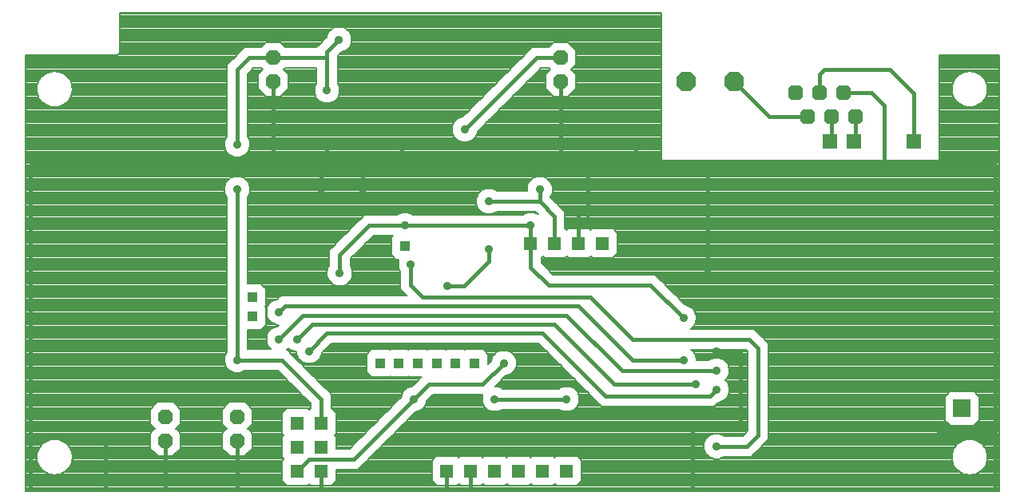
<source format=gbl>
%FSLAX35Y35*%
%MOIN*%
%IN2=KupferuntenL1(X.Bot)*%
%ADD10C,0.00591*%
%ADD11C,0.00354*%
%ADD12C,0.00443*%
%ADD13C,0.00787*%
%ADD14C,0.00800*%
%ADD15C,0.01181*%
%ADD16C,0.01575*%
%ADD17C,0.01772*%
%ADD18C,0.01969*%
%ADD19C,0.02362*%
%ADD20C,0.03543*%
%ADD21C,0.11811*%
%ADD22C,0.12598*%
%ADD23C,0.14173*%
%AMR_24*21,1,0.01772,0.05118,0,0,270.000*%
%ADD24R_24*%
%AMR_25*21,1,0.01969,0.04724,0,0,90.000*%
%ADD25R_25*%
%AMR_26*21,1,0.02362,0.09843,0,0,180.000*%
%ADD26R_26*%
%AMR_27*21,1,0.03937,0.03937,0,0,180.000*%
%ADD27R_27*%
%AMR_28*21,1,0.03937,0.06299,0,0,90.000*%
%ADD28R_28*%
%AMR_29*21,1,0.03937,0.06299,0,0,270.000*%
%ADD29R_29*%
%AMR_30*21,1,0.04331,0.04331,0,0,0.000*%
%ADD30R_30*%
%AMR_31*21,1,0.04331,0.04331,0,0,180.000*%
%ADD31R_31*%
%AMR_32*21,1,0.04331,0.04331,0,0,270.000*%
%ADD32R_32*%
%AMR_33*21,1,0.05118,0.01772,0,0,270.000*%
%ADD33R_33*%
%AMR_34*21,1,0.05512,0.03937,0,0,0.000*%
%ADD34R_34*%
%AMR_35*21,1,0.05512,0.03937,0,0,180.000*%
%ADD35R_35*%
%AMR_36*21,1,0.05512,0.03937,0,0,270.000*%
%ADD36R_36*%
%AMR_37*21,1,0.05512,0.05512,0,0,180.000*%
%ADD37R_37*%
%AMR_38*21,1,0.05512,0.05512,0,0,270.000*%
%ADD38R_38*%
%AMR_39*21,1,0.05906,0.05906,0,0,0.000*%
%ADD39R_39*%
%AMR_40*21,1,0.06299,0.03937,0,0,0.000*%
%ADD40R_40*%
%AMR_41*21,1,0.06299,0.03937,0,0,180.000*%
%ADD41R_41*%
%AMR_42*21,1,0.06299,0.03937,0,0,270.000*%
%ADD42R_42*%
%AMR_43*21,1,0.07087,0.07087,0,0,0.000*%
%ADD43R_43*%
%AMR_44*21,1,0.07087,0.07087,0,0,90.000*%
%ADD44R_44*%
%AMR_45*21,1,0.07874,0.06299,0,0,90.000*%
%ADD45R_45*%
%AMR_46*21,1,0.07874,0.09843,0,0,180.000*%
%ADD46R_46*%
%AMR_47*21,1,0.08661,0.04724,0,0,0.000*%
%ADD47R_47*%
%AMR_48*21,1,0.19685,0.18750,0,0,0.000*%
%ADD48R_48*%
%AMR_49*21,1,0.19685,0.19685,0,0,0.000*%
%ADD49R_49*%
%AMR_50*21,1,0.23622,0.23622,0,0,0.000*%
%ADD50R_50*%
%AMOCT_51*4,1,8,0.029528,0.014764,0.014764,0.029528,-0.014764,0.029528,-0.029528,0.014764,-0.029528,-0.014764,-0.014764,-0.029528,0.014764,-0.029528,0.029528,-0.014764,0.029528,0.014764,270.000*%
%ADD51OCT_51*%
%AMOCT_52*4,1,8,0.031496,0.015748,0.015748,0.031496,-0.015748,0.031496,-0.031496,0.015748,-0.031496,-0.015748,-0.015748,-0.031496,0.015748,-0.031496,0.031496,-0.015748,0.031496,0.015748,90.000*%
%ADD52OCT_52*%
%AMOCT_53*4,1,8,0.039370,0.019685,0.019685,0.039370,-0.019685,0.039370,-0.039370,0.019685,-0.039370,-0.019685,-0.019685,-0.039370,0.019685,-0.039370,0.039370,-0.019685,0.039370,0.019685,180.000*%
%ADD53OCT_53*%
G54D13*
X135582Y194571D02*
X134311Y195039D01*
X133563Y195315D01*
X131436Y195315D01*
X129417Y194571D02*
X130688Y195039D01*
X131436Y195315D01*
X127928Y193082D02*
X128468Y193622D01*
X129176Y194331D01*
X129417Y194571D01*
X127184Y191063D02*
X127344Y191496D01*
X127605Y192205D01*
X127866Y192913D01*
X127928Y193082D01*
X127184Y190948D02*
X127184Y191063D01*
X123165Y186929D02*
X123480Y187244D01*
X124188Y187953D01*
X124897Y188661D01*
X125606Y189370D01*
X126314Y190079D01*
X127023Y190787D01*
X127184Y190948D01*
X123165Y186929D02*
X110011Y186929D01*
X109696Y187244D01*
X108987Y187953D01*
X108278Y188661D01*
X107944Y188996D01*
X102055Y188996D01*
X99988Y186929D02*
X100303Y187244D01*
X101012Y187953D01*
X101721Y188661D01*
X102055Y188996D01*
X99988Y186929D02*
X93165Y186929D01*
X89936Y183701D02*
X90645Y184409D01*
X91354Y185118D01*
X92062Y185827D01*
X92771Y186535D01*
X93165Y186929D01*
X85570Y179334D02*
X85684Y179449D01*
X86393Y180157D01*
X87102Y180866D01*
X87810Y181575D01*
X88519Y182283D01*
X89228Y182992D01*
X89936Y183701D01*
X85570Y175197D02*
X85570Y175905D01*
X85570Y176614D01*
X85570Y177323D01*
X85570Y178031D01*
X85570Y178740D01*
X85570Y179334D01*
X85570Y149474D02*
X85570Y149685D01*
X85570Y150394D01*
X85570Y151102D01*
X85570Y151811D01*
X85570Y152520D01*
X85570Y153228D01*
X85570Y153937D01*
X85570Y154646D01*
X85570Y155354D01*
X85570Y156063D01*
X85570Y156772D01*
X85570Y157480D01*
X85570Y158189D01*
X85570Y158898D01*
X85570Y159606D01*
X85570Y160315D01*
X85570Y161024D01*
X85570Y161732D01*
X85570Y162441D01*
X85570Y163150D01*
X85570Y163858D01*
X85570Y164567D01*
X85570Y165275D01*
X85570Y165984D01*
X85570Y166693D01*
X85570Y167401D01*
X85570Y168110D01*
X85570Y168819D01*
X85570Y169527D01*
X85570Y170236D01*
X85570Y170945D01*
X85570Y171653D01*
X85570Y172362D01*
X85570Y173071D01*
X85570Y173779D01*
X85570Y174488D01*
X85570Y175197D01*
X85428Y149332D02*
X85570Y149474D01*
X84684Y147313D02*
X84775Y147559D01*
X85036Y148268D01*
X85297Y148976D01*
X85428Y149332D01*
X84684Y145186D02*
X84684Y145433D01*
X84684Y146142D01*
X84684Y146850D01*
X84684Y147313D01*
X85428Y143167D02*
X85377Y143307D01*
X85115Y144016D01*
X84854Y144724D01*
X84684Y145186D01*
X86917Y141678D02*
X86705Y141890D01*
X85997Y142598D01*
X85428Y143167D01*
X88936Y140934D02*
X88266Y141181D01*
X86917Y141678D01*
X88936Y140934D02*
X91063Y140934D01*
X91733Y141181D01*
X93082Y141678D01*
X93294Y141890D01*
X94002Y142598D01*
X94571Y143167D01*
X94622Y143307D01*
X94884Y144016D01*
X95145Y144724D01*
X95315Y145186D01*
X95315Y145433D01*
X95315Y146142D01*
X95315Y146850D01*
X95315Y147313D01*
X95224Y147559D01*
X94963Y148268D01*
X94702Y148976D01*
X94571Y149332D01*
X94429Y149474D01*
X94429Y149685D01*
X94429Y150394D01*
X94429Y151102D01*
X94429Y151811D01*
X94429Y152520D01*
X94429Y153228D01*
X94429Y153937D01*
X94429Y154646D01*
X94429Y155354D01*
X94429Y156063D01*
X94429Y156772D01*
X94429Y157480D01*
X94429Y158189D01*
X94429Y158898D01*
X94429Y159606D01*
X94429Y160315D01*
X94429Y161024D01*
X94429Y161732D01*
X94429Y162441D01*
X94429Y163150D01*
X94429Y163858D01*
X94429Y164567D01*
X94429Y165275D01*
X94429Y165984D01*
X94429Y166693D01*
X94429Y167401D01*
X94429Y168110D01*
X94429Y168819D01*
X94429Y169527D01*
X94429Y170236D01*
X94429Y170945D01*
X94429Y171653D01*
X94429Y172362D01*
X94429Y173071D01*
X94429Y173779D01*
X94429Y174488D01*
X94429Y175197D01*
X94429Y175665D01*
X94670Y175905D01*
X95378Y176614D01*
X96087Y177323D01*
X96796Y178031D01*
X96834Y178070D01*
X99988Y178070D01*
X100559Y177500D02*
X100027Y178031D01*
X99988Y178070D01*
X98503Y175444D02*
X98965Y175905D01*
X99673Y176614D01*
X100382Y177323D01*
X100559Y177500D01*
X98503Y169555D02*
X98503Y170236D01*
X98503Y170945D01*
X98503Y171653D01*
X98503Y172362D01*
X98503Y173071D01*
X98503Y173779D01*
X98503Y174488D01*
X98503Y175197D01*
X98503Y175444D01*
X102055Y166003D02*
X101366Y166693D01*
X100657Y167401D01*
X99948Y168110D01*
X99240Y168819D01*
X98531Y169527D01*
X98503Y169555D01*
X105000Y166003D02*
X107944Y166003D01*
X108633Y166693D01*
X109342Y167401D01*
X110051Y168110D01*
X110759Y168819D01*
X111468Y169527D01*
X111496Y169555D01*
X111496Y170236D01*
X111496Y170945D01*
X111496Y171653D01*
X111496Y172362D01*
X111496Y173071D01*
X111496Y173779D01*
X111496Y174488D01*
X111496Y175197D01*
X111496Y175444D01*
X111034Y175905D01*
X110326Y176614D01*
X109617Y177323D01*
X109440Y177500D01*
X109972Y178031D01*
X110011Y178070D01*
X123070Y178070D01*
X123070Y171974D02*
X123070Y172362D01*
X123070Y173071D01*
X123070Y173779D01*
X123070Y174488D01*
X123070Y175197D01*
X123070Y175905D01*
X123070Y176614D01*
X123070Y177323D01*
X123070Y178031D01*
X123070Y178070D01*
X122928Y171832D02*
X123070Y171974D01*
X122184Y169813D02*
X122340Y170236D01*
X122601Y170945D01*
X122862Y171653D01*
X122928Y171832D01*
X122184Y167686D02*
X122184Y168110D01*
X122184Y168819D01*
X122184Y169527D01*
X122184Y169813D01*
X122928Y165667D02*
X122811Y165984D01*
X122550Y166693D01*
X122289Y167401D01*
X122184Y167686D01*
X124417Y164178D02*
X124028Y164567D01*
X123319Y165275D01*
X122928Y165667D01*
X126436Y163434D02*
X125286Y163858D01*
X124417Y164178D01*
X126436Y163434D02*
X128563Y163434D01*
X129713Y163858D01*
X130582Y164178D01*
X130971Y164567D01*
X131680Y165275D01*
X132071Y165667D01*
X132188Y165984D01*
X132449Y166693D01*
X132710Y167401D01*
X132815Y167686D01*
X132815Y168110D01*
X132815Y168819D01*
X132815Y169527D01*
X132815Y169813D01*
X132659Y170236D01*
X132398Y170945D01*
X132137Y171653D01*
X132071Y171832D01*
X131929Y171974D01*
X131929Y172362D01*
X131929Y173071D01*
X131929Y173779D01*
X131929Y174488D01*
X131929Y175197D01*
X131929Y175905D01*
X131929Y176614D01*
X131929Y177323D01*
X131929Y178031D01*
X131929Y178740D01*
X131929Y179449D01*
X131929Y180157D01*
X131929Y180866D01*
X131929Y181575D01*
X131929Y182283D01*
X131929Y182992D01*
X131929Y183165D01*
X132465Y183701D01*
X133174Y184409D01*
X133448Y184684D01*
X133563Y184684D01*
X134740Y185118D01*
X135582Y185428D01*
X135981Y185827D01*
X136689Y186535D01*
X137071Y186917D01*
X137191Y187244D01*
X137452Y187953D01*
X137713Y188661D01*
X137815Y188936D01*
X137815Y189370D01*
X137815Y190079D01*
X137815Y190787D01*
X137815Y191063D01*
X137655Y191496D01*
X137394Y192205D01*
X137133Y192913D01*
X137071Y193082D01*
X136531Y193622D01*
X135823Y194331D01*
X135582Y194571D01*
X231496Y185444D02*
X231113Y185827D01*
X230404Y186535D01*
X229696Y187244D01*
X228987Y187953D01*
X228278Y188661D01*
X227944Y188996D01*
X222055Y188996D01*
X219988Y186929D02*
X220303Y187244D01*
X221012Y187953D01*
X221721Y188661D01*
X222055Y188996D01*
X219988Y186929D02*
X213165Y186929D01*
X209936Y183701D02*
X210645Y184409D01*
X211354Y185118D01*
X212062Y185827D01*
X212771Y186535D01*
X213165Y186929D01*
X184051Y157815D02*
X184425Y158189D01*
X185133Y158898D01*
X185842Y159606D01*
X186551Y160315D01*
X187259Y161024D01*
X187968Y161732D01*
X188677Y162441D01*
X189385Y163150D01*
X190094Y163858D01*
X190803Y164567D01*
X191511Y165275D01*
X192220Y165984D01*
X192929Y166693D01*
X193637Y167401D01*
X194346Y168110D01*
X195054Y168819D01*
X195763Y169527D01*
X196472Y170236D01*
X197180Y170945D01*
X197889Y171653D01*
X198598Y172362D01*
X199306Y173071D01*
X200015Y173779D01*
X200724Y174488D01*
X201432Y175197D01*
X202141Y175905D01*
X202850Y176614D01*
X203558Y177323D01*
X204267Y178031D01*
X204976Y178740D01*
X205684Y179449D01*
X206393Y180157D01*
X207102Y180866D01*
X207810Y181575D01*
X208519Y182283D01*
X209228Y182992D01*
X209936Y183701D01*
X184051Y157815D02*
X183936Y157815D01*
X181917Y157071D02*
X183028Y157480D01*
X183936Y157815D01*
X180428Y155582D02*
X180909Y156063D01*
X181617Y156772D01*
X181917Y157071D01*
X179684Y153563D02*
X179822Y153937D01*
X180083Y154646D01*
X180344Y155354D01*
X180428Y155582D01*
X179684Y151436D02*
X179684Y151811D01*
X179684Y152520D01*
X179684Y153228D01*
X179684Y153563D01*
X180428Y149417D02*
X180329Y149685D01*
X180068Y150394D01*
X179807Y151102D01*
X179684Y151436D01*
X181917Y147928D02*
X181577Y148268D01*
X180869Y148976D01*
X180428Y149417D01*
X183936Y147184D02*
X182919Y147559D01*
X181917Y147928D01*
X183936Y147184D02*
X186063Y147184D01*
X187080Y147559D01*
X188082Y147928D01*
X188422Y148268D01*
X189130Y148976D01*
X189571Y149417D01*
X189670Y149685D01*
X189931Y150394D01*
X190192Y151102D01*
X190315Y151436D01*
X190315Y151551D01*
X190575Y151811D01*
X191284Y152520D01*
X191993Y153228D01*
X192701Y153937D01*
X193410Y154646D01*
X194119Y155354D01*
X194827Y156063D01*
X195536Y156772D01*
X196245Y157480D01*
X196953Y158189D01*
X197662Y158898D01*
X198370Y159606D01*
X199079Y160315D01*
X199788Y161024D01*
X200496Y161732D01*
X201205Y162441D01*
X201914Y163150D01*
X202622Y163858D01*
X203331Y164567D01*
X204040Y165275D01*
X204748Y165984D01*
X205457Y166693D01*
X206166Y167401D01*
X206874Y168110D01*
X207583Y168819D01*
X208292Y169527D01*
X209000Y170236D01*
X209709Y170945D01*
X210418Y171653D01*
X211126Y172362D01*
X211835Y173071D01*
X212544Y173779D01*
X213252Y174488D01*
X213961Y175197D01*
X214670Y175905D01*
X215378Y176614D01*
X216087Y177323D01*
X216796Y178031D01*
X216834Y178070D01*
X219988Y178070D01*
X220559Y177500D02*
X220027Y178031D01*
X219988Y178070D01*
X218503Y175444D02*
X218965Y175905D01*
X219673Y176614D01*
X220382Y177323D01*
X220559Y177500D01*
X218503Y169555D02*
X218503Y170236D01*
X218503Y170945D01*
X218503Y171653D01*
X218503Y172362D01*
X218503Y173071D01*
X218503Y173779D01*
X218503Y174488D01*
X218503Y175197D01*
X218503Y175444D01*
X222055Y166003D02*
X221366Y166693D01*
X220657Y167401D01*
X219948Y168110D01*
X219240Y168819D01*
X218531Y169527D01*
X218503Y169555D01*
X225000Y166003D02*
X227944Y166003D01*
X228633Y166693D01*
X229342Y167401D01*
X230051Y168110D01*
X230759Y168819D01*
X231468Y169527D01*
X231496Y169555D01*
X231496Y170236D01*
X231496Y170945D01*
X231496Y171653D01*
X231496Y172362D01*
X231496Y173071D01*
X231496Y173779D01*
X231496Y174488D01*
X231496Y175197D01*
X231496Y175444D01*
X231034Y175905D01*
X230326Y176614D01*
X229617Y177323D01*
X229440Y177500D01*
X229972Y178031D01*
X230681Y178740D01*
X231389Y179449D01*
X231496Y179555D01*
X231496Y180157D01*
X231496Y180866D01*
X231496Y181575D01*
X231496Y182283D01*
X231496Y182992D01*
X231496Y183701D01*
X231496Y184409D01*
X231496Y185118D01*
X231496Y185444D01*
X397128Y176628D02*
X395669Y176772D01*
X394209Y176628D02*
X395669Y176772D01*
X392806Y176202D02*
X394164Y176614D01*
X394209Y176628D01*
X391513Y175511D02*
X392251Y175905D01*
X392806Y176202D01*
X390379Y174581D02*
X391130Y175197D01*
X391513Y175511D01*
X389449Y173447D02*
X389722Y173779D01*
X390303Y174488D01*
X390379Y174581D01*
X388758Y172154D02*
X388869Y172362D01*
X389248Y173071D01*
X389449Y173447D01*
X388332Y170750D02*
X388391Y170945D01*
X388606Y171653D01*
X388758Y172154D01*
X388188Y169291D02*
X388211Y169527D01*
X388281Y170236D01*
X388332Y170750D01*
X388332Y167831D02*
X388304Y168110D01*
X388235Y168819D01*
X388188Y169291D01*
X388758Y166428D02*
X388677Y166693D01*
X388462Y167401D01*
X388332Y167831D01*
X389449Y165135D02*
X389374Y165275D01*
X388995Y165984D01*
X388758Y166428D01*
X390379Y164001D02*
X389915Y164567D01*
X389449Y165135D01*
X391513Y163071D02*
X391417Y163150D01*
X390553Y163858D01*
X390379Y164001D01*
X392806Y162380D02*
X392691Y162441D01*
X391513Y163071D01*
X394209Y161954D02*
X392806Y162380D01*
X395669Y161810D02*
X394209Y161954D01*
X395669Y161810D02*
X397128Y161954D01*
X398532Y162380D01*
X398646Y162441D01*
X399825Y163071D01*
X399921Y163150D01*
X400784Y163858D01*
X400958Y164001D01*
X401423Y164567D01*
X401889Y165135D01*
X401964Y165275D01*
X402343Y165984D01*
X402580Y166428D01*
X402660Y166693D01*
X402875Y167401D01*
X403006Y167831D01*
X403033Y168110D01*
X403103Y168819D01*
X403150Y169291D01*
X403126Y169527D01*
X403056Y170236D01*
X403006Y170750D01*
X402947Y170945D01*
X402732Y171653D01*
X402580Y172154D01*
X402469Y172362D01*
X402090Y173071D01*
X401889Y173447D01*
X401616Y173779D01*
X401034Y174488D01*
X400958Y174581D01*
X400208Y175197D01*
X399825Y175511D01*
X399087Y175905D01*
X398532Y176202D01*
X397174Y176614D01*
X397128Y176628D01*
X15238Y176628D02*
X13779Y176772D01*
X12320Y176628D02*
X13779Y176772D01*
X10916Y176202D02*
X12274Y176614D01*
X12320Y176628D01*
X9623Y175511D02*
X10361Y175905D01*
X10916Y176202D01*
X8489Y174581D02*
X9240Y175197D01*
X9623Y175511D01*
X7559Y173447D02*
X7832Y173779D01*
X8414Y174488D01*
X8489Y174581D01*
X6868Y172154D02*
X6979Y172362D01*
X7358Y173071D01*
X7559Y173447D01*
X6442Y170750D02*
X6501Y170945D01*
X6716Y171653D01*
X6868Y172154D01*
X6298Y169291D02*
X6322Y169527D01*
X6391Y170236D01*
X6442Y170750D01*
X6442Y167831D02*
X6415Y168110D01*
X6345Y168819D01*
X6298Y169291D01*
X6868Y166428D02*
X6787Y166693D01*
X6572Y167401D01*
X6442Y167831D01*
X7559Y165135D02*
X7484Y165275D01*
X7105Y165984D01*
X6868Y166428D01*
X8489Y164001D02*
X8025Y164567D01*
X7559Y165135D01*
X9623Y163071D02*
X9527Y163150D01*
X8664Y163858D01*
X8489Y164001D01*
X10916Y162380D02*
X10802Y162441D01*
X9623Y163071D01*
X12320Y161954D02*
X10916Y162380D01*
X13779Y161810D02*
X12320Y161954D01*
X13779Y161810D02*
X15238Y161954D01*
X16642Y162380D01*
X16756Y162441D01*
X17935Y163071D01*
X18031Y163150D01*
X18894Y163858D01*
X19069Y164001D01*
X19533Y164567D01*
X19999Y165135D01*
X20074Y165275D01*
X20453Y165984D01*
X20690Y166428D01*
X20771Y166693D01*
X20986Y167401D01*
X21116Y167831D01*
X21143Y168110D01*
X21213Y168819D01*
X21260Y169291D01*
X21236Y169527D01*
X21167Y170236D01*
X21116Y170750D01*
X21057Y170945D01*
X20842Y171653D01*
X20690Y172154D01*
X20579Y172362D01*
X20200Y173071D01*
X19999Y173447D01*
X19726Y173779D01*
X19145Y174488D01*
X19069Y174581D01*
X18318Y175197D01*
X17935Y175511D01*
X17197Y175905D01*
X16642Y176202D01*
X15284Y176614D01*
X15238Y176628D01*
X93082Y132071D02*
X91437Y132677D01*
X91063Y132815D01*
X88936Y132815D01*
X86917Y132071D02*
X88562Y132677D01*
X88936Y132815D01*
X85428Y130582D02*
X86106Y131260D01*
X86814Y131968D01*
X86917Y132071D01*
X84684Y128563D02*
X84895Y129134D01*
X85156Y129842D01*
X85417Y130551D01*
X85428Y130582D01*
X84684Y126436D02*
X84684Y127008D01*
X84684Y127716D01*
X84684Y128425D01*
X84684Y128563D01*
X85428Y124417D02*
X85257Y124882D01*
X84996Y125590D01*
X84735Y126299D01*
X84684Y126436D01*
X85570Y124275D02*
X85428Y124417D01*
X85570Y59474D02*
X85570Y59685D01*
X85570Y60394D01*
X85570Y61102D01*
X85570Y61811D01*
X85570Y62520D01*
X85570Y63228D01*
X85570Y63937D01*
X85570Y64646D01*
X85570Y65354D01*
X85570Y66063D01*
X85570Y66772D01*
X85570Y67480D01*
X85570Y68189D01*
X85570Y68898D01*
X85570Y69606D01*
X85570Y70315D01*
X85570Y71024D01*
X85570Y71732D01*
X85570Y72441D01*
X85570Y73150D01*
X85570Y73858D01*
X85570Y74567D01*
X85570Y75275D01*
X85570Y75984D01*
X85570Y76693D01*
X85570Y77401D01*
X85570Y78110D01*
X85570Y78819D01*
X85570Y79527D01*
X85570Y80236D01*
X85570Y80945D01*
X85570Y81653D01*
X85570Y82362D01*
X85570Y83071D01*
X85570Y83779D01*
X85570Y84488D01*
X85570Y85197D01*
X85570Y85905D01*
X85570Y86614D01*
X85570Y87323D01*
X85570Y88031D01*
X85570Y88740D01*
X85570Y89449D01*
X85570Y90157D01*
X85570Y90866D01*
X85570Y91575D01*
X85570Y92283D01*
X85570Y92992D01*
X85570Y93701D01*
X85570Y94409D01*
X85570Y95118D01*
X85570Y95827D01*
X85570Y96535D01*
X85570Y97244D01*
X85570Y97953D01*
X85570Y98661D01*
X85570Y99370D01*
X85570Y100079D01*
X85570Y100787D01*
X85570Y101496D01*
X85570Y102205D01*
X85570Y102913D01*
X85570Y103622D01*
X85570Y104331D01*
X85570Y105039D01*
X85570Y105748D01*
X85570Y106457D01*
X85570Y107165D01*
X85570Y107874D01*
X85570Y108583D01*
X85570Y109291D01*
X85570Y110000D01*
X85570Y110709D01*
X85570Y111417D01*
X85570Y112126D01*
X85570Y112835D01*
X85570Y113543D01*
X85570Y114252D01*
X85570Y114961D01*
X85570Y115669D01*
X85570Y116378D01*
X85570Y117087D01*
X85570Y117795D01*
X85570Y118504D01*
X85570Y119212D01*
X85570Y119921D01*
X85570Y120630D01*
X85570Y121338D01*
X85570Y122047D01*
X85570Y122756D01*
X85570Y123464D01*
X85570Y124173D01*
X85570Y124275D01*
X85428Y59332D02*
X85570Y59474D01*
X84684Y57313D02*
X84775Y57559D01*
X85036Y58268D01*
X85297Y58976D01*
X85428Y59332D01*
X84684Y55186D02*
X84684Y55433D01*
X84684Y56142D01*
X84684Y56850D01*
X84684Y57313D01*
X85428Y53167D02*
X85377Y53307D01*
X85115Y54016D01*
X84854Y54724D01*
X84684Y55186D01*
X86917Y51678D02*
X86705Y51890D01*
X85997Y52598D01*
X85428Y53167D01*
X88936Y50934D02*
X88266Y51181D01*
X86917Y51678D01*
X88936Y50934D02*
X91063Y50934D01*
X91733Y51181D01*
X93082Y51678D01*
X93224Y51820D01*
X106915Y51820D01*
X120570Y38165D02*
X120310Y38425D01*
X119601Y39134D01*
X118892Y39842D01*
X118184Y40551D01*
X117475Y41260D01*
X116766Y41968D01*
X116058Y42677D01*
X115349Y43386D01*
X114640Y44094D01*
X113932Y44803D01*
X113223Y45512D01*
X112514Y46220D01*
X111806Y46929D01*
X111097Y47638D01*
X110388Y48346D01*
X109680Y49055D01*
X108971Y49764D01*
X108262Y50472D01*
X107554Y51181D01*
X106915Y51820D01*
X120570Y36093D02*
X120570Y36299D01*
X120570Y37008D01*
X120570Y37716D01*
X120570Y38165D01*
X120000Y35523D02*
X120067Y35590D01*
X120570Y36093D01*
X120000Y35523D02*
X119932Y35590D01*
X119223Y36299D01*
X110776Y36299D01*
X108700Y34223D02*
X109358Y34882D01*
X110067Y35590D01*
X110776Y36299D01*
X108700Y25776D02*
X108700Y26378D01*
X108700Y27087D01*
X108700Y27795D01*
X108700Y28504D01*
X108700Y29212D01*
X108700Y29921D01*
X108700Y30630D01*
X108700Y31338D01*
X108700Y32047D01*
X108700Y32756D01*
X108700Y33464D01*
X108700Y34173D01*
X108700Y34223D01*
X109476Y25000D02*
X108806Y25669D01*
X108700Y25776D01*
X108700Y24223D02*
X108729Y24252D01*
X109437Y24961D01*
X109476Y25000D01*
X108700Y15776D02*
X108700Y16457D01*
X108700Y17165D01*
X108700Y17874D01*
X108700Y18583D01*
X108700Y19291D01*
X108700Y20000D01*
X108700Y20709D01*
X108700Y21417D01*
X108700Y22126D01*
X108700Y22835D01*
X108700Y23543D01*
X108700Y24223D01*
X109476Y15000D02*
X109436Y15039D01*
X108728Y15748D01*
X108700Y15776D01*
X108700Y14223D02*
X108807Y14331D01*
X109476Y15000D01*
X108700Y5776D02*
X108700Y5827D01*
X108700Y6535D01*
X108700Y7244D01*
X108700Y7953D01*
X108700Y8661D01*
X108700Y9370D01*
X108700Y10079D01*
X108700Y10787D01*
X108700Y11496D01*
X108700Y12205D01*
X108700Y12913D01*
X108700Y13622D01*
X108700Y14223D01*
X110776Y3700D02*
X110775Y3701D01*
X110066Y4409D01*
X109358Y5118D01*
X108700Y5776D01*
X110776Y3700D02*
X119223Y3700D01*
X119224Y3701D01*
X119933Y4409D01*
X120000Y4476D01*
X120776Y3700D02*
X120775Y3701D01*
X120066Y4409D01*
X120000Y4476D01*
X125000Y3700D02*
X129223Y3700D01*
X129224Y3701D01*
X129933Y4409D01*
X130641Y5118D01*
X131299Y5776D01*
X131299Y5827D01*
X131299Y6535D01*
X131299Y7244D01*
X131299Y7953D01*
X131299Y8661D01*
X131299Y9370D01*
X131299Y10079D01*
X131299Y10668D01*
X140544Y10668D01*
X140662Y10787D01*
X141371Y11496D01*
X142080Y12205D01*
X142788Y12913D01*
X143497Y13622D01*
X144206Y14331D01*
X144914Y15039D01*
X145623Y15748D01*
X146332Y16457D01*
X147040Y17165D01*
X147749Y17874D01*
X148458Y18583D01*
X149166Y19291D01*
X149875Y20000D01*
X150584Y20709D01*
X151292Y21417D01*
X152001Y22126D01*
X152710Y22835D01*
X153418Y23543D01*
X154127Y24252D01*
X154836Y24961D01*
X155544Y25669D01*
X156253Y26378D01*
X156962Y27087D01*
X157670Y27795D01*
X158379Y28504D01*
X159088Y29212D01*
X159796Y29921D01*
X160505Y30630D01*
X161214Y31338D01*
X161922Y32047D01*
X162631Y32756D01*
X163340Y33464D01*
X164048Y34173D01*
X164559Y34684D01*
X164813Y34684D01*
X165349Y34882D01*
X166832Y35428D01*
X166995Y35590D01*
X167703Y36299D01*
X168321Y36917D01*
X168354Y37008D01*
X168615Y37716D01*
X168876Y38425D01*
X169065Y38936D01*
X169065Y39134D01*
X169065Y39190D01*
X169718Y39842D01*
X170426Y40551D01*
X171135Y41260D01*
X171794Y41918D01*
X192499Y41918D01*
X192184Y41063D02*
X192257Y41260D01*
X192499Y41918D01*
X192184Y38936D02*
X192184Y39134D01*
X192184Y39842D01*
X192184Y40551D01*
X192184Y41063D01*
X192928Y36917D02*
X192895Y37008D01*
X192634Y37716D01*
X192373Y38425D01*
X192184Y38936D01*
X194417Y35428D02*
X194254Y35590D01*
X193546Y36299D01*
X192928Y36917D01*
X196436Y34684D02*
X195900Y34882D01*
X194417Y35428D01*
X196436Y34684D02*
X198563Y34684D01*
X199099Y34882D01*
X200582Y35428D01*
X200745Y35590D01*
X200823Y35668D01*
X224176Y35668D01*
X224417Y35428D02*
X224254Y35590D01*
X224176Y35668D01*
X226436Y34684D02*
X225900Y34882D01*
X224417Y35428D01*
X226436Y34684D02*
X228563Y34684D01*
X229099Y34882D01*
X230582Y35428D01*
X230745Y35590D01*
X231453Y36299D01*
X232071Y36917D01*
X232104Y37008D01*
X232365Y37716D01*
X232626Y38425D01*
X232815Y38936D01*
X232815Y39134D01*
X232815Y39842D01*
X232815Y40551D01*
X232815Y41063D01*
X232742Y41260D01*
X232481Y41968D01*
X232220Y42677D01*
X232071Y43082D01*
X231767Y43386D01*
X231059Y44094D01*
X230582Y44571D01*
X229952Y44803D01*
X228563Y45315D01*
X226436Y45315D01*
X224417Y44571D02*
X225047Y44803D01*
X226436Y45315D01*
X224176Y44331D02*
X224417Y44571D01*
X224176Y44331D02*
X200823Y44331D01*
X200582Y44571D01*
X199952Y44803D01*
X198563Y45315D01*
X197690Y45315D01*
X197887Y45512D01*
X198595Y46220D01*
X199304Y46929D01*
X200013Y47638D01*
X200721Y48346D01*
X201430Y49055D01*
X202059Y49684D01*
X202313Y49684D01*
X202528Y49764D01*
X204332Y50428D01*
X204376Y50472D01*
X205085Y51181D01*
X205794Y51890D01*
X205821Y51917D01*
X206072Y52598D01*
X206333Y53307D01*
X206565Y53936D01*
X206565Y54016D01*
X206565Y54724D01*
X206565Y55433D01*
X206565Y56063D01*
X206536Y56142D01*
X206275Y56850D01*
X206014Y57559D01*
X205821Y58082D01*
X205636Y58268D01*
X204927Y58976D01*
X204332Y59571D01*
X204022Y59685D01*
X202313Y60315D01*
X200186Y60315D01*
X198167Y59571D02*
X198477Y59685D01*
X200186Y60315D01*
X196678Y58082D02*
X196864Y58268D01*
X197572Y58976D01*
X198167Y59571D01*
X195934Y56063D02*
X195963Y56142D01*
X196224Y56850D01*
X196485Y57559D01*
X196678Y58082D01*
X195934Y55809D02*
X195934Y56063D01*
X194685Y54560D02*
X194849Y54724D01*
X195558Y55433D01*
X195934Y55809D01*
X194685Y54560D02*
X194685Y54724D01*
X194685Y55433D01*
X194685Y56142D01*
X194685Y56850D01*
X194685Y57559D01*
X194685Y58268D01*
X194685Y58633D01*
X194341Y58976D01*
X193633Y59685D01*
X192924Y60394D01*
X192609Y60709D01*
X185343Y60709D01*
X185039Y60405D02*
X185343Y60709D01*
X185039Y60405D02*
X184735Y60709D01*
X177469Y60709D01*
X177165Y60405D02*
X177469Y60709D01*
X177165Y60405D02*
X176861Y60709D01*
X169595Y60709D01*
X169291Y60405D02*
X169595Y60709D01*
X169291Y60405D02*
X168987Y60709D01*
X161721Y60709D01*
X161417Y60405D02*
X161721Y60709D01*
X161417Y60405D02*
X161113Y60709D01*
X153847Y60709D01*
X153543Y60405D02*
X153847Y60709D01*
X153543Y60405D02*
X153239Y60709D01*
X145973Y60709D01*
X143897Y58633D02*
X144240Y58976D01*
X144949Y59685D01*
X145658Y60394D01*
X145973Y60709D01*
X143897Y51366D02*
X143897Y51890D01*
X143897Y52598D01*
X143897Y53307D01*
X143897Y54016D01*
X143897Y54724D01*
X143897Y55433D01*
X143897Y56142D01*
X143897Y56850D01*
X143897Y57559D01*
X143897Y58268D01*
X143897Y58633D01*
X145973Y49290D02*
X145499Y49764D01*
X144791Y50472D01*
X144082Y51181D01*
X143897Y51366D01*
X145973Y49290D02*
X153239Y49290D01*
X153543Y49594D01*
X153847Y49290D02*
X153543Y49594D01*
X153847Y49290D02*
X161113Y49290D01*
X161417Y49594D01*
X161721Y49290D02*
X161417Y49594D01*
X161721Y49290D02*
X166915Y49290D01*
X165263Y47638D02*
X165971Y48346D01*
X166680Y49055D01*
X166915Y49290D01*
X162940Y45315D02*
X163137Y45512D01*
X163845Y46220D01*
X164554Y46929D01*
X165263Y47638D01*
X162940Y45315D02*
X162686Y45315D01*
X160667Y44571D02*
X161297Y44803D01*
X162686Y45315D01*
X159178Y43082D02*
X159482Y43386D01*
X160190Y44094D01*
X160667Y44571D01*
X158434Y41063D02*
X158507Y41260D01*
X158768Y41968D01*
X159029Y42677D01*
X159178Y43082D01*
X158434Y40809D02*
X158434Y41063D01*
X136956Y19331D02*
X137625Y20000D01*
X138333Y20709D01*
X139042Y21417D01*
X139751Y22126D01*
X140459Y22835D01*
X141168Y23543D01*
X141877Y24252D01*
X142585Y24961D01*
X143294Y25669D01*
X144003Y26378D01*
X144711Y27087D01*
X145420Y27795D01*
X146129Y28504D01*
X146837Y29212D01*
X147546Y29921D01*
X148255Y30630D01*
X148963Y31338D01*
X149672Y32047D01*
X150381Y32756D01*
X151089Y33464D01*
X151798Y34173D01*
X152507Y34882D01*
X153215Y35590D01*
X153924Y36299D01*
X154633Y37008D01*
X155341Y37716D01*
X156050Y38425D01*
X156759Y39134D01*
X157467Y39842D01*
X158176Y40551D01*
X158434Y40809D01*
X136956Y19331D02*
X131299Y19331D01*
X131299Y20000D01*
X131299Y20709D01*
X131299Y21417D01*
X131299Y22126D01*
X131299Y22835D01*
X131299Y23543D01*
X131299Y24223D01*
X131271Y24252D01*
X130562Y24961D01*
X130523Y25000D01*
X131193Y25669D01*
X131299Y25776D01*
X131299Y26378D01*
X131299Y27087D01*
X131299Y27795D01*
X131299Y28504D01*
X131299Y29212D01*
X131299Y29921D01*
X131299Y30630D01*
X131299Y31338D01*
X131299Y32047D01*
X131299Y32756D01*
X131299Y33464D01*
X131299Y34173D01*
X131299Y34223D01*
X130641Y34882D01*
X129932Y35590D01*
X129429Y36093D01*
X129429Y36299D01*
X129429Y37008D01*
X129429Y37716D01*
X129429Y38425D01*
X129429Y39134D01*
X129429Y39842D01*
X129429Y40551D01*
X129429Y41260D01*
X129429Y41834D01*
X129295Y41968D01*
X128586Y42677D01*
X127878Y43386D01*
X127169Y44094D01*
X126460Y44803D01*
X125752Y45512D01*
X125043Y46220D01*
X124334Y46929D01*
X123626Y47638D01*
X122917Y48346D01*
X122208Y49055D01*
X121500Y49764D01*
X120791Y50472D01*
X120082Y51181D01*
X119374Y51890D01*
X118665Y52598D01*
X117956Y53307D01*
X117248Y54016D01*
X116539Y54724D01*
X115830Y55433D01*
X115122Y56142D01*
X114413Y56850D01*
X113704Y57559D01*
X112996Y58268D01*
X112287Y58976D01*
X111578Y59685D01*
X110870Y60394D01*
X110709Y60555D01*
X111250Y61095D01*
X111917Y60428D02*
X111250Y61095D01*
X113936Y59684D02*
X113934Y59685D01*
X112011Y60394D01*
X111917Y60428D01*
X113936Y59684D02*
X114684Y59684D01*
X114684Y58936D02*
X114684Y58976D01*
X114684Y59684D01*
X115428Y56917D02*
X115192Y57559D01*
X114931Y58268D01*
X114684Y58936D01*
X116917Y55428D02*
X116912Y55433D01*
X116203Y56142D01*
X115495Y56850D01*
X115428Y56917D01*
X118936Y54684D02*
X118827Y54724D01*
X116917Y55428D01*
X118936Y54684D02*
X121063Y54684D01*
X121172Y54724D01*
X123082Y55428D01*
X123087Y55433D01*
X123796Y56142D01*
X124504Y56850D01*
X124571Y56917D01*
X124807Y57559D01*
X125068Y58268D01*
X125315Y58936D01*
X125315Y58976D01*
X125315Y59190D01*
X125810Y59685D01*
X126519Y60394D01*
X127227Y61102D01*
X127936Y61811D01*
X128645Y62520D01*
X129294Y63168D01*
X215706Y63168D01*
X236906Y41968D02*
X236197Y42677D01*
X235488Y43386D01*
X234780Y44094D01*
X234071Y44803D01*
X233362Y45512D01*
X232654Y46220D01*
X231945Y46929D01*
X231236Y47638D01*
X230528Y48346D01*
X229819Y49055D01*
X229110Y49764D01*
X228402Y50472D01*
X227693Y51181D01*
X226984Y51890D01*
X226276Y52598D01*
X225567Y53307D01*
X224858Y54016D01*
X224150Y54724D01*
X223441Y55433D01*
X222732Y56142D01*
X222024Y56850D01*
X221315Y57559D01*
X220606Y58268D01*
X219898Y58976D01*
X219189Y59685D01*
X218480Y60394D01*
X217772Y61102D01*
X217063Y61811D01*
X216354Y62520D01*
X215706Y63168D01*
X239740Y39134D02*
X239031Y39842D01*
X238323Y40551D01*
X237614Y41260D01*
X236906Y41968D01*
X241956Y36918D02*
X241866Y37008D01*
X241157Y37716D01*
X240449Y38425D01*
X239740Y39134D01*
X241956Y36918D02*
X289294Y36918D01*
X289383Y37008D01*
X290092Y37716D01*
X290800Y38425D01*
X290996Y38621D01*
X291063Y38621D01*
X292454Y39134D01*
X293082Y39365D01*
X293560Y39842D01*
X294268Y40551D01*
X294571Y40854D01*
X294720Y41260D01*
X294981Y41968D01*
X295243Y42677D01*
X295315Y42873D01*
X295315Y43386D01*
X295315Y44094D01*
X295315Y44803D01*
X295315Y45000D01*
X295126Y45512D01*
X294865Y46220D01*
X294604Y46929D01*
X294571Y47019D01*
X293952Y47638D01*
X293717Y47874D01*
X294189Y48346D01*
X294571Y48728D01*
X294691Y49055D01*
X294952Y49764D01*
X295213Y50472D01*
X295315Y50747D01*
X295315Y51181D01*
X295315Y51890D01*
X295315Y52598D01*
X295315Y52874D01*
X295155Y53307D01*
X294894Y54016D01*
X294633Y54724D01*
X294571Y54893D01*
X294031Y55433D01*
X293323Y56142D01*
X293082Y56382D01*
X291811Y56850D01*
X291063Y57126D01*
X288936Y57126D01*
X286917Y56382D02*
X288188Y56850D01*
X288936Y57126D01*
X286676Y56142D02*
X286917Y56382D01*
X286676Y56142D02*
X281565Y56142D01*
X281565Y56850D01*
X281565Y57313D01*
X281474Y57559D01*
X281213Y58268D01*
X280952Y58976D01*
X280821Y59332D01*
X280468Y59685D01*
X279760Y60394D01*
X279485Y60668D01*
X301956Y60668D01*
X303168Y59456D02*
X302939Y59685D01*
X302230Y60394D01*
X301956Y60668D01*
X303168Y26794D02*
X303168Y27087D01*
X303168Y27795D01*
X303168Y28504D01*
X303168Y29212D01*
X303168Y29921D01*
X303168Y30630D01*
X303168Y31338D01*
X303168Y32047D01*
X303168Y32756D01*
X303168Y33464D01*
X303168Y34173D01*
X303168Y34882D01*
X303168Y35590D01*
X303168Y36299D01*
X303168Y37008D01*
X303168Y37716D01*
X303168Y38425D01*
X303168Y39134D01*
X303168Y39842D01*
X303168Y40551D01*
X303168Y41260D01*
X303168Y41968D01*
X303168Y42677D01*
X303168Y43386D01*
X303168Y44094D01*
X303168Y44803D01*
X303168Y45512D01*
X303168Y46220D01*
X303168Y46929D01*
X303168Y47638D01*
X303168Y48346D01*
X303168Y49055D01*
X303168Y49764D01*
X303168Y50472D01*
X303168Y51181D01*
X303168Y51890D01*
X303168Y52598D01*
X303168Y53307D01*
X303168Y54016D01*
X303168Y54724D01*
X303168Y55433D01*
X303168Y56142D01*
X303168Y56850D01*
X303168Y57559D01*
X303168Y58268D01*
X303168Y58976D01*
X303168Y59456D01*
X301020Y24646D02*
X301335Y24961D01*
X302044Y25669D01*
X302753Y26378D01*
X303168Y26794D01*
X301020Y24646D02*
X293323Y24646D01*
X293082Y24886D01*
X292879Y24961D01*
X291063Y25630D01*
X288936Y25630D01*
X286917Y24886D02*
X287120Y24961D01*
X288936Y25630D01*
X285428Y23397D02*
X285574Y23543D01*
X286283Y24252D01*
X286917Y24886D01*
X284684Y21378D02*
X284699Y21417D01*
X284960Y22126D01*
X285221Y22835D01*
X285428Y23397D01*
X284684Y19251D02*
X284684Y19291D01*
X284684Y20000D01*
X284684Y20709D01*
X284684Y21378D01*
X285428Y17232D02*
X285192Y17874D01*
X284931Y18583D01*
X284684Y19251D01*
X286917Y15743D02*
X286912Y15748D01*
X286203Y16457D01*
X285495Y17165D01*
X285428Y17232D01*
X288936Y14999D02*
X288827Y15039D01*
X286917Y15743D01*
X288936Y14999D02*
X291063Y14999D01*
X291172Y15039D01*
X293082Y15743D01*
X293087Y15748D01*
X293323Y15983D01*
X304608Y15983D01*
X305082Y16457D01*
X305790Y17165D01*
X306499Y17874D01*
X307208Y18583D01*
X307916Y19291D01*
X308625Y20000D01*
X309334Y20709D01*
X310042Y21417D01*
X310751Y22126D01*
X311460Y22835D01*
X311831Y23206D01*
X311831Y23543D01*
X311831Y24252D01*
X311831Y24961D01*
X311831Y25669D01*
X311831Y26378D01*
X311831Y27087D01*
X311831Y27795D01*
X311831Y28504D01*
X311831Y29212D01*
X311831Y29921D01*
X311831Y30630D01*
X311831Y31338D01*
X311831Y32047D01*
X311831Y32756D01*
X311831Y33464D01*
X311831Y34173D01*
X311831Y34882D01*
X311831Y35590D01*
X311831Y36299D01*
X311831Y37008D01*
X311831Y37716D01*
X311831Y38425D01*
X311831Y39134D01*
X311831Y39842D01*
X311831Y40551D01*
X311831Y41260D01*
X311831Y41968D01*
X311831Y42677D01*
X311831Y43386D01*
X311831Y44094D01*
X311831Y44803D01*
X311831Y45512D01*
X311831Y46220D01*
X311831Y46929D01*
X311831Y47638D01*
X311831Y48346D01*
X311831Y49055D01*
X311831Y49764D01*
X311831Y50472D01*
X311831Y51181D01*
X311831Y51890D01*
X311831Y52598D01*
X311831Y53307D01*
X311831Y54016D01*
X311831Y54724D01*
X311831Y55433D01*
X311831Y56142D01*
X311831Y56850D01*
X311831Y57559D01*
X311831Y58268D01*
X311831Y58976D01*
X311831Y59685D01*
X311831Y60394D01*
X311831Y61102D01*
X311831Y61811D01*
X311831Y62520D01*
X311831Y63044D01*
X311646Y63228D01*
X310937Y63937D01*
X310229Y64646D01*
X309520Y65354D01*
X308811Y66063D01*
X308103Y66772D01*
X307394Y67480D01*
X306685Y68189D01*
X305977Y68898D01*
X305544Y69331D01*
X279485Y69331D01*
X279760Y69606D01*
X280469Y70315D01*
X280821Y70667D01*
X280952Y71024D01*
X281213Y71732D01*
X281474Y72441D01*
X281565Y72686D01*
X281565Y73150D01*
X281565Y73858D01*
X281565Y74567D01*
X281565Y74813D01*
X281394Y75275D01*
X281133Y75984D01*
X280872Y76693D01*
X280821Y76832D01*
X280252Y77401D01*
X279543Y78110D01*
X279332Y78321D01*
X277980Y78819D01*
X277313Y79065D01*
X277198Y79065D01*
X276736Y79527D01*
X276027Y80236D01*
X275319Y80945D01*
X274610Y81653D01*
X273901Y82362D01*
X273193Y83071D01*
X272484Y83779D01*
X271775Y84488D01*
X271067Y85197D01*
X270358Y85905D01*
X269649Y86614D01*
X268941Y87323D01*
X268232Y88031D01*
X267523Y88740D01*
X266815Y89449D01*
X266106Y90157D01*
X265397Y90866D01*
X264689Y91575D01*
X264334Y91929D01*
X221834Y91929D01*
X221480Y92283D01*
X220771Y92992D01*
X220063Y93701D01*
X219354Y94409D01*
X218645Y95118D01*
X217937Y95827D01*
X217228Y96535D01*
X216929Y96834D01*
X216929Y97244D01*
X216929Y97953D01*
X216929Y98661D01*
X216929Y98906D01*
X217393Y99370D01*
X217500Y99476D01*
X218276Y98700D02*
X217606Y99370D01*
X217500Y99476D01*
X218276Y98700D02*
X226723Y98700D01*
X227393Y99370D01*
X227500Y99476D01*
X228276Y98700D02*
X227606Y99370D01*
X227500Y99476D01*
X228276Y98700D02*
X236723Y98700D01*
X237393Y99370D01*
X237500Y99476D01*
X238276Y98700D02*
X237606Y99370D01*
X237500Y99476D01*
X238276Y98700D02*
X246723Y98700D01*
X247393Y99370D01*
X248102Y100079D01*
X248799Y100776D01*
X248799Y100787D01*
X248799Y101496D01*
X248799Y102205D01*
X248799Y102913D01*
X248799Y103622D01*
X248799Y104331D01*
X248799Y105039D01*
X248799Y105748D01*
X248799Y106457D01*
X248799Y107165D01*
X248799Y107874D01*
X248799Y108583D01*
X248799Y109223D01*
X248731Y109291D01*
X248022Y110000D01*
X247314Y110709D01*
X246723Y111299D01*
X238276Y111299D01*
X237500Y110523D02*
X237685Y110709D01*
X238276Y111299D01*
X237500Y110523D02*
X237314Y110709D01*
X236723Y111299D01*
X232500Y111299D02*
X228276Y111299D01*
X227500Y110523D02*
X227685Y110709D01*
X228276Y111299D01*
X227500Y110523D02*
X227314Y110709D01*
X226831Y111192D01*
X226831Y111417D01*
X226831Y112126D01*
X226831Y112835D01*
X226831Y113543D01*
X226831Y114252D01*
X226831Y114961D01*
X226831Y115669D01*
X226831Y116378D01*
X226831Y117087D01*
X226831Y117795D01*
X226831Y118044D01*
X226370Y118504D01*
X225662Y119212D01*
X224953Y119921D01*
X224244Y120630D01*
X223536Y121338D01*
X222827Y122047D01*
X222118Y122756D01*
X221410Y123464D01*
X220701Y124173D01*
X220644Y124230D01*
X220821Y124407D01*
X220996Y124882D01*
X221257Y125590D01*
X221518Y126299D01*
X221565Y126427D01*
X221565Y127008D01*
X221565Y127716D01*
X221565Y128425D01*
X221565Y128553D01*
X221351Y129134D01*
X221090Y129842D01*
X220829Y130551D01*
X220821Y130573D01*
X220134Y131260D01*
X219425Y131968D01*
X219332Y132061D01*
X217660Y132677D01*
X217313Y132805D01*
X215186Y132805D01*
X213167Y132061D02*
X214839Y132677D01*
X215186Y132805D01*
X211678Y130573D02*
X212365Y131260D01*
X213074Y131968D01*
X213167Y132061D01*
X210934Y128553D02*
X211148Y129134D01*
X211409Y129842D01*
X211670Y130551D01*
X211678Y130573D01*
X210934Y126831D02*
X210934Y127008D01*
X210934Y127716D01*
X210934Y128425D01*
X210934Y128553D01*
X210934Y126831D02*
X198323Y126831D01*
X198145Y127008D01*
X198082Y127071D01*
X196330Y127716D01*
X196063Y127815D01*
X193936Y127815D01*
X191917Y127071D02*
X193669Y127716D01*
X193936Y127815D01*
X190428Y125582D02*
X190436Y125590D01*
X191145Y126299D01*
X191854Y127008D01*
X191917Y127071D01*
X189684Y123563D02*
X189909Y124173D01*
X190170Y124882D01*
X190428Y125582D01*
X189684Y121436D02*
X189684Y122047D01*
X189684Y122756D01*
X189684Y123464D01*
X189684Y123563D01*
X190428Y119417D02*
X190242Y119921D01*
X189981Y120630D01*
X189720Y121338D01*
X189684Y121436D01*
X191917Y117928D02*
X191341Y118504D01*
X190632Y119212D01*
X190428Y119417D01*
X193936Y117184D02*
X192278Y117795D01*
X191917Y117928D01*
X193936Y117184D02*
X196063Y117184D01*
X197721Y117795D01*
X198082Y117928D01*
X198323Y118168D01*
X214456Y118168D01*
X215536Y117088D02*
X214829Y117795D01*
X214456Y118168D01*
X215536Y117088D02*
X213616Y117795D01*
X213563Y117815D01*
X211436Y117815D01*
X209417Y117071D02*
X209459Y117087D01*
X211383Y117795D01*
X211436Y117815D01*
X209275Y116929D02*
X209417Y117071D01*
X209275Y116929D02*
X163224Y116929D01*
X163082Y117071D01*
X163040Y117087D01*
X161116Y117795D01*
X161063Y117815D01*
X158936Y117815D01*
X156917Y117071D02*
X156959Y117087D01*
X158883Y117795D01*
X158936Y117815D01*
X156775Y116929D02*
X156917Y117071D01*
X156775Y116929D02*
X143165Y116929D01*
X140488Y114252D02*
X141196Y114961D01*
X141905Y115669D01*
X142614Y116378D01*
X143165Y116929D01*
X128346Y102110D02*
X128440Y102205D01*
X129149Y102913D01*
X129858Y103622D01*
X130566Y104331D01*
X131275Y105039D01*
X131984Y105748D01*
X132692Y106457D01*
X133401Y107165D01*
X134110Y107874D01*
X134818Y108583D01*
X135527Y109291D01*
X136236Y110000D01*
X136944Y110709D01*
X137653Y111417D01*
X138362Y112126D01*
X139070Y112835D01*
X139779Y113543D01*
X140488Y114252D01*
X128346Y97953D02*
X128346Y98661D01*
X128346Y99370D01*
X128346Y100079D01*
X128346Y100787D01*
X128346Y101496D01*
X128346Y102110D01*
X128346Y95724D02*
X128346Y95827D01*
X128346Y96535D01*
X128346Y97244D01*
X128346Y97953D01*
X128204Y95582D02*
X128346Y95724D01*
X127460Y93563D02*
X127511Y93701D01*
X127772Y94409D01*
X128033Y95118D01*
X128204Y95582D01*
X127460Y91436D02*
X127460Y91575D01*
X127460Y92283D01*
X127460Y92992D01*
X127460Y93563D01*
X128204Y89417D02*
X128192Y89449D01*
X127931Y90157D01*
X127670Y90866D01*
X127460Y91436D01*
X129692Y87928D02*
X129589Y88031D01*
X128880Y88740D01*
X128204Y89417D01*
X131712Y87184D02*
X131336Y87323D01*
X129692Y87928D01*
X131712Y87184D02*
X133838Y87184D01*
X134214Y87323D01*
X135858Y87928D01*
X135961Y88031D01*
X136670Y88740D01*
X137346Y89417D01*
X137358Y89449D01*
X137619Y90157D01*
X137880Y90866D01*
X138090Y91436D01*
X138090Y91575D01*
X138090Y92283D01*
X138090Y92992D01*
X138090Y93563D01*
X138040Y93701D01*
X137778Y94409D01*
X137517Y95118D01*
X137346Y95582D01*
X137205Y95724D01*
X137205Y95827D01*
X137205Y96535D01*
X137205Y97244D01*
X137205Y97953D01*
X137205Y98440D01*
X137426Y98661D01*
X138134Y99370D01*
X138843Y100079D01*
X139552Y100787D01*
X140260Y101496D01*
X140969Y102205D01*
X141678Y102913D01*
X142386Y103622D01*
X143095Y104331D01*
X143804Y105039D01*
X144512Y105748D01*
X145221Y106457D01*
X145930Y107165D01*
X146638Y107874D01*
X146834Y108070D01*
X154978Y108070D01*
X154290Y107383D02*
X154782Y107874D01*
X154978Y108070D01*
X154290Y100116D02*
X154290Y100787D01*
X154290Y101496D01*
X154290Y102205D01*
X154290Y102913D01*
X154290Y103622D01*
X154290Y104331D01*
X154290Y105039D01*
X154290Y105748D01*
X154290Y106457D01*
X154290Y107165D01*
X154290Y107383D01*
X156366Y98040D02*
X155745Y98661D01*
X155037Y99370D01*
X154328Y100079D01*
X154290Y100116D01*
X156366Y98040D02*
X157452Y98040D01*
X157184Y97313D02*
X157420Y97953D01*
X157452Y98040D01*
X157184Y95186D02*
X157184Y95827D01*
X157184Y96535D01*
X157184Y97244D01*
X157184Y97313D01*
X157928Y93167D02*
X157732Y93701D01*
X157470Y94409D01*
X157209Y95118D01*
X157184Y95186D01*
X158168Y92926D02*
X158103Y92992D01*
X157928Y93167D01*
X158168Y88740D02*
X158168Y89449D01*
X158168Y90157D01*
X158168Y90866D01*
X158168Y91575D01*
X158168Y92283D01*
X158168Y92926D01*
X158168Y85706D02*
X158168Y85905D01*
X158168Y86614D01*
X158168Y87323D01*
X158168Y88031D01*
X158168Y88740D01*
X160793Y83081D02*
X160094Y83779D01*
X159386Y84488D01*
X158677Y85197D01*
X158168Y85706D01*
X160793Y83081D02*
X108206Y83081D01*
X106690Y81565D02*
X106778Y81653D01*
X107487Y82362D01*
X108196Y83071D01*
X108206Y83081D01*
X106690Y81565D02*
X106436Y81565D01*
X104417Y80821D02*
X104753Y80945D01*
X106436Y81565D01*
X102928Y79332D02*
X103123Y79527D01*
X103832Y80236D01*
X104417Y80821D01*
X102184Y77313D02*
X102217Y77401D01*
X102478Y78110D01*
X102739Y78819D01*
X102928Y79332D01*
X102184Y75186D02*
X102184Y75275D01*
X102184Y75984D01*
X102184Y76693D01*
X102184Y77313D01*
X102928Y73167D02*
X102674Y73858D01*
X102412Y74567D01*
X102184Y75186D01*
X104417Y71678D02*
X104363Y71732D01*
X103654Y72441D01*
X102945Y73150D01*
X102928Y73167D01*
X106436Y70934D02*
X106194Y71024D01*
X104417Y71678D01*
X106436Y70934D02*
X107309Y70934D01*
X106690Y70315D02*
X107309Y70934D01*
X106690Y70315D02*
X106436Y70315D01*
X104417Y69571D02*
X104513Y69606D01*
X106436Y70315D01*
X102928Y68082D02*
X103035Y68189D01*
X103743Y68898D01*
X104417Y69571D01*
X102184Y66063D02*
X102184Y66063D01*
X102445Y66772D01*
X102706Y67480D01*
X102928Y68082D01*
X102184Y63936D02*
X102184Y63937D01*
X102184Y64646D01*
X102184Y65354D01*
X102184Y66063D01*
X102928Y61917D02*
X102706Y62520D01*
X102445Y63228D01*
X102184Y63936D01*
X104166Y60679D02*
X103743Y61102D01*
X103034Y61811D01*
X102928Y61917D01*
X104166Y60679D02*
X94429Y60679D01*
X94429Y61102D01*
X94429Y61811D01*
X94429Y62520D01*
X94429Y63228D01*
X94429Y63937D01*
X94429Y64646D01*
X94429Y65354D01*
X94429Y66063D01*
X94429Y66772D01*
X94429Y67480D01*
X94429Y68189D01*
X94429Y68898D01*
X94429Y68916D01*
X99883Y68916D01*
X100572Y69606D01*
X101281Y70315D01*
X101959Y70992D01*
X101959Y71024D01*
X101959Y71732D01*
X101959Y72441D01*
X101959Y73150D01*
X101959Y73858D01*
X101959Y74567D01*
X101959Y75275D01*
X101959Y75984D01*
X101959Y76693D01*
X101959Y77401D01*
X101959Y78110D01*
X101959Y78259D01*
X101655Y78562D01*
X101911Y78819D01*
X101959Y78866D01*
X101959Y79527D01*
X101959Y80236D01*
X101959Y80945D01*
X101959Y81653D01*
X101959Y82362D01*
X101959Y83071D01*
X101959Y83779D01*
X101959Y84488D01*
X101959Y85197D01*
X101959Y85905D01*
X101959Y86133D01*
X101477Y86614D01*
X100769Y87323D01*
X100060Y88031D01*
X99883Y88209D01*
X94429Y88209D01*
X94429Y88740D01*
X94429Y89449D01*
X94429Y90157D01*
X94429Y90866D01*
X94429Y91575D01*
X94429Y92283D01*
X94429Y92992D01*
X94429Y93701D01*
X94429Y94409D01*
X94429Y95118D01*
X94429Y95827D01*
X94429Y96535D01*
X94429Y97244D01*
X94429Y97953D01*
X94429Y98661D01*
X94429Y99370D01*
X94429Y100079D01*
X94429Y100787D01*
X94429Y101496D01*
X94429Y102205D01*
X94429Y102913D01*
X94429Y103622D01*
X94429Y104331D01*
X94429Y105039D01*
X94429Y105748D01*
X94429Y106457D01*
X94429Y107165D01*
X94429Y107874D01*
X94429Y108583D01*
X94429Y109291D01*
X94429Y110000D01*
X94429Y110709D01*
X94429Y111417D01*
X94429Y112126D01*
X94429Y112835D01*
X94429Y113543D01*
X94429Y114252D01*
X94429Y114961D01*
X94429Y115669D01*
X94429Y116378D01*
X94429Y117087D01*
X94429Y117795D01*
X94429Y118504D01*
X94429Y119212D01*
X94429Y119921D01*
X94429Y120630D01*
X94429Y121338D01*
X94429Y122047D01*
X94429Y122756D01*
X94429Y123464D01*
X94429Y124173D01*
X94429Y124275D01*
X94571Y124417D01*
X94742Y124882D01*
X95003Y125590D01*
X95264Y126299D01*
X95315Y126436D01*
X95315Y127008D01*
X95315Y127716D01*
X95315Y128425D01*
X95315Y128563D01*
X95104Y129134D01*
X94843Y129842D01*
X94582Y130551D01*
X94571Y130582D01*
X93893Y131260D01*
X93185Y131968D01*
X93082Y132071D01*
X399587Y41074D02*
X399400Y41260D01*
X398692Y41968D01*
X397983Y42677D01*
X397511Y43150D01*
X387488Y43150D01*
X385412Y41074D02*
X385599Y41260D01*
X386307Y41968D01*
X387016Y42677D01*
X387488Y43150D01*
X385412Y31051D02*
X385412Y31338D01*
X385412Y32047D01*
X385412Y32756D01*
X385412Y33464D01*
X385412Y34173D01*
X385412Y34882D01*
X385412Y35590D01*
X385412Y36299D01*
X385412Y37008D01*
X385412Y37716D01*
X385412Y38425D01*
X385412Y39134D01*
X385412Y39842D01*
X385412Y40551D01*
X385412Y41074D01*
X387488Y28975D02*
X387251Y29212D01*
X386543Y29921D01*
X385834Y30630D01*
X385412Y31051D01*
X387488Y28975D02*
X397511Y28975D01*
X397748Y29212D01*
X398456Y29921D01*
X399165Y30630D01*
X399587Y31051D01*
X399587Y31338D01*
X399587Y32047D01*
X399587Y32756D01*
X399587Y33464D01*
X399587Y34173D01*
X399587Y34882D01*
X399587Y35590D01*
X399587Y36299D01*
X399587Y37008D01*
X399587Y37716D01*
X399587Y38425D01*
X399587Y39134D01*
X399587Y39842D01*
X399587Y40551D01*
X399587Y41074D01*
X96496Y35444D02*
X96349Y35590D01*
X95641Y36299D01*
X94932Y37008D01*
X94223Y37716D01*
X93515Y38425D01*
X92944Y38996D01*
X87055Y38996D01*
X83503Y35444D02*
X83650Y35590D01*
X84358Y36299D01*
X85067Y37008D01*
X85776Y37716D01*
X86484Y38425D01*
X87055Y38996D01*
X83503Y29555D02*
X83503Y29921D01*
X83503Y30630D01*
X83503Y31338D01*
X83503Y32047D01*
X83503Y32756D01*
X83503Y33464D01*
X83503Y34173D01*
X83503Y34882D01*
X83503Y35444D01*
X85559Y27500D02*
X85263Y27795D01*
X84554Y28504D01*
X83846Y29212D01*
X83503Y29555D01*
X83503Y25444D02*
X83729Y25669D01*
X84437Y26378D01*
X85146Y27087D01*
X85559Y27500D01*
X83503Y19555D02*
X83503Y20000D01*
X83503Y20709D01*
X83503Y21417D01*
X83503Y22126D01*
X83503Y22835D01*
X83503Y23543D01*
X83503Y24252D01*
X83503Y24961D01*
X83503Y25444D01*
X87055Y16003D02*
X86602Y16457D01*
X85893Y17165D01*
X85184Y17874D01*
X84476Y18583D01*
X83767Y19291D01*
X83503Y19555D01*
X90000Y16003D02*
X92944Y16003D01*
X93397Y16457D01*
X94106Y17165D01*
X94815Y17874D01*
X95523Y18583D01*
X96232Y19291D01*
X96496Y19555D01*
X96496Y20000D01*
X96496Y20709D01*
X96496Y21417D01*
X96496Y22126D01*
X96496Y22835D01*
X96496Y23543D01*
X96496Y24252D01*
X96496Y24961D01*
X96496Y25444D01*
X96271Y25669D01*
X95562Y26378D01*
X94853Y27087D01*
X94440Y27500D01*
X94736Y27795D01*
X95445Y28504D01*
X96153Y29212D01*
X96496Y29555D01*
X96496Y29921D01*
X96496Y30630D01*
X96496Y31338D01*
X96496Y32047D01*
X96496Y32756D01*
X96496Y33464D01*
X96496Y34173D01*
X96496Y34882D01*
X96496Y35444D01*
X66496Y35444D02*
X66349Y35590D01*
X65641Y36299D01*
X64932Y37008D01*
X64223Y37716D01*
X63515Y38425D01*
X62944Y38996D01*
X57055Y38996D01*
X53503Y35444D02*
X53650Y35590D01*
X54358Y36299D01*
X55067Y37008D01*
X55776Y37716D01*
X56484Y38425D01*
X57055Y38996D01*
X53503Y29555D02*
X53503Y29921D01*
X53503Y30630D01*
X53503Y31338D01*
X53503Y32047D01*
X53503Y32756D01*
X53503Y33464D01*
X53503Y34173D01*
X53503Y34882D01*
X53503Y35444D01*
X55559Y27500D02*
X55263Y27795D01*
X54554Y28504D01*
X53846Y29212D01*
X53503Y29555D01*
X53503Y25444D02*
X53729Y25669D01*
X54437Y26378D01*
X55146Y27087D01*
X55559Y27500D01*
X53503Y19555D02*
X53503Y20000D01*
X53503Y20709D01*
X53503Y21417D01*
X53503Y22126D01*
X53503Y22835D01*
X53503Y23543D01*
X53503Y24252D01*
X53503Y24961D01*
X53503Y25444D01*
X57055Y16003D02*
X56602Y16457D01*
X55893Y17165D01*
X55184Y17874D01*
X54476Y18583D01*
X53767Y19291D01*
X53503Y19555D01*
X60000Y16003D02*
X62944Y16003D01*
X63397Y16457D01*
X64106Y17165D01*
X64815Y17874D01*
X65523Y18583D01*
X66232Y19291D01*
X66496Y19555D01*
X66496Y20000D01*
X66496Y20709D01*
X66496Y21417D01*
X66496Y22126D01*
X66496Y22835D01*
X66496Y23543D01*
X66496Y24252D01*
X66496Y24961D01*
X66496Y25444D01*
X66271Y25669D01*
X65562Y26378D01*
X64853Y27087D01*
X64440Y27500D01*
X64736Y27795D01*
X65445Y28504D01*
X66153Y29212D01*
X66496Y29555D01*
X66496Y29921D01*
X66496Y30630D01*
X66496Y31338D01*
X66496Y32047D01*
X66496Y32756D01*
X66496Y33464D01*
X66496Y34173D01*
X66496Y34882D01*
X66496Y35444D01*
X233799Y14223D02*
X233692Y14331D01*
X232983Y15039D01*
X232274Y15748D01*
X231723Y16299D01*
X223276Y16299D01*
X222500Y15523D02*
X222725Y15748D01*
X223276Y16299D01*
X222500Y15523D02*
X222274Y15748D01*
X221723Y16299D01*
X213276Y16299D01*
X212500Y15523D02*
X212725Y15748D01*
X213276Y16299D01*
X212500Y15523D02*
X212274Y15748D01*
X211723Y16299D01*
X203276Y16299D01*
X202500Y15523D02*
X202725Y15748D01*
X203276Y16299D01*
X202500Y15523D02*
X202274Y15748D01*
X201723Y16299D01*
X193276Y16299D01*
X192500Y15523D02*
X192725Y15748D01*
X193276Y16299D01*
X192500Y15523D02*
X192274Y15748D01*
X191723Y16299D01*
X183276Y16299D01*
X182500Y15523D02*
X182725Y15748D01*
X183276Y16299D01*
X182500Y15523D02*
X182274Y15748D01*
X181723Y16299D01*
X173276Y16299D01*
X171200Y14223D02*
X171307Y14331D01*
X172016Y15039D01*
X172725Y15748D01*
X173276Y16299D01*
X171200Y5776D02*
X171200Y5827D01*
X171200Y6535D01*
X171200Y7244D01*
X171200Y7953D01*
X171200Y8661D01*
X171200Y9370D01*
X171200Y10079D01*
X171200Y10787D01*
X171200Y11496D01*
X171200Y12205D01*
X171200Y12913D01*
X171200Y13622D01*
X171200Y14223D01*
X173276Y3700D02*
X173275Y3701D01*
X172566Y4409D01*
X171858Y5118D01*
X171200Y5776D01*
X177500Y3700D02*
X181723Y3700D01*
X181724Y3701D01*
X182433Y4409D01*
X182500Y4476D01*
X183276Y3700D02*
X183275Y3701D01*
X182566Y4409D01*
X182500Y4476D01*
X187500Y3700D02*
X191723Y3700D01*
X191724Y3701D01*
X192433Y4409D01*
X192500Y4476D01*
X193276Y3700D02*
X193275Y3701D01*
X192566Y4409D01*
X192500Y4476D01*
X193276Y3700D02*
X201723Y3700D01*
X201724Y3701D01*
X202433Y4409D01*
X202500Y4476D01*
X203276Y3700D02*
X203275Y3701D01*
X202566Y4409D01*
X202500Y4476D01*
X203276Y3700D02*
X211723Y3700D01*
X211724Y3701D01*
X212433Y4409D01*
X212500Y4476D01*
X213276Y3700D02*
X213275Y3701D01*
X212566Y4409D01*
X212500Y4476D01*
X213276Y3700D02*
X221723Y3700D01*
X221724Y3701D01*
X222433Y4409D01*
X222500Y4476D01*
X223276Y3700D02*
X223275Y3701D01*
X222566Y4409D01*
X222500Y4476D01*
X223276Y3700D02*
X231723Y3700D01*
X231724Y3701D01*
X232433Y4409D01*
X233141Y5118D01*
X233799Y5776D01*
X233799Y5827D01*
X233799Y6535D01*
X233799Y7244D01*
X233799Y7953D01*
X233799Y8661D01*
X233799Y9370D01*
X233799Y10079D01*
X233799Y10787D01*
X233799Y11496D01*
X233799Y12205D01*
X233799Y12913D01*
X233799Y13622D01*
X233799Y14223D01*
X397128Y23085D02*
X395669Y23228D01*
X394209Y23085D02*
X395669Y23228D01*
X392806Y22659D02*
X393385Y22835D01*
X394209Y23085D01*
X391513Y21968D02*
X391809Y22126D01*
X392806Y22659D01*
X390379Y21037D02*
X390842Y21417D01*
X391513Y21968D01*
X389449Y19904D02*
X389528Y20000D01*
X390109Y20709D01*
X390379Y21037D01*
X388758Y18610D02*
X389122Y19291D01*
X389449Y19904D01*
X388332Y17207D02*
X388534Y17874D01*
X388749Y18583D01*
X388758Y18610D01*
X388188Y15748D02*
X388188Y15748D01*
X388258Y16457D01*
X388328Y17165D01*
X388332Y17207D01*
X388332Y14288D02*
X388328Y14331D01*
X388258Y15039D01*
X388188Y15748D01*
X388758Y12885D02*
X388749Y12913D01*
X388534Y13622D01*
X388332Y14288D01*
X389449Y11591D02*
X389121Y12205D01*
X388758Y12885D01*
X390379Y10458D02*
X390109Y10787D01*
X389527Y11496D01*
X389449Y11591D01*
X391513Y9528D02*
X390841Y10079D01*
X390379Y10458D01*
X392806Y8836D02*
X391808Y9370D01*
X391513Y9528D01*
X394209Y8411D02*
X393383Y8661D01*
X392806Y8836D01*
X395669Y8267D02*
X394209Y8411D01*
X395669Y8267D02*
X397128Y8411D01*
X397955Y8661D01*
X398532Y8836D01*
X399530Y9370D01*
X399825Y9528D01*
X400496Y10079D01*
X400958Y10458D01*
X401229Y10787D01*
X401810Y11496D01*
X401889Y11591D01*
X402217Y12205D01*
X402580Y12885D01*
X402589Y12913D01*
X402804Y13622D01*
X403006Y14288D01*
X403010Y14331D01*
X403080Y15039D01*
X403150Y15748D01*
X403149Y15748D01*
X403080Y16457D01*
X403010Y17165D01*
X403006Y17207D01*
X402803Y17874D01*
X402588Y18583D01*
X402580Y18610D01*
X402216Y19291D01*
X401889Y19904D01*
X401810Y20000D01*
X401228Y20709D01*
X400958Y21037D01*
X400495Y21417D01*
X399825Y21968D01*
X399529Y22126D01*
X398532Y22659D01*
X397952Y22835D01*
X397128Y23085D01*
X15238Y23085D02*
X13779Y23228D01*
X12320Y23085D02*
X13779Y23228D01*
X10916Y22659D02*
X11496Y22835D01*
X12320Y23085D01*
X9623Y21968D02*
X9919Y22126D01*
X10916Y22659D01*
X8489Y21037D02*
X8952Y21417D01*
X9623Y21968D01*
X7559Y19904D02*
X7638Y20000D01*
X8220Y20709D01*
X8489Y21037D01*
X6868Y18610D02*
X7232Y19291D01*
X7559Y19904D01*
X6442Y17207D02*
X6644Y17874D01*
X6859Y18583D01*
X6868Y18610D01*
X6298Y15748D02*
X6298Y15748D01*
X6368Y16457D01*
X6438Y17165D01*
X6442Y17207D01*
X6442Y14288D02*
X6438Y14331D01*
X6368Y15039D01*
X6298Y15748D01*
X6868Y12885D02*
X6859Y12913D01*
X6644Y13622D01*
X6442Y14288D01*
X7559Y11591D02*
X7231Y12205D01*
X6868Y12885D01*
X8489Y10458D02*
X8219Y10787D01*
X7637Y11496D01*
X7559Y11591D01*
X9623Y9528D02*
X8951Y10079D01*
X8489Y10458D01*
X10916Y8836D02*
X9918Y9370D01*
X9623Y9528D01*
X12320Y8411D02*
X11493Y8661D01*
X10916Y8836D01*
X13779Y8267D02*
X12320Y8411D01*
X13779Y8267D02*
X15238Y8411D01*
X16065Y8661D01*
X16642Y8836D01*
X17640Y9370D01*
X17935Y9528D01*
X18607Y10079D01*
X19069Y10458D01*
X19339Y10787D01*
X19921Y11496D01*
X19999Y11591D01*
X20327Y12205D01*
X20690Y12885D01*
X20699Y12913D01*
X20914Y13622D01*
X21116Y14288D01*
X21120Y14331D01*
X21190Y15039D01*
X21260Y15748D01*
X21260Y15748D01*
X21190Y16457D01*
X21120Y17165D01*
X21116Y17207D01*
X20914Y17874D01*
X20699Y18583D01*
X20690Y18610D01*
X20326Y19291D01*
X19999Y19904D01*
X19920Y20000D01*
X19338Y20709D01*
X19069Y21037D01*
X18606Y21417D01*
X17935Y21968D01*
X17639Y22126D01*
X16642Y22659D01*
X16062Y22835D01*
X15238Y23085D01*
X267105Y139605D02*
X267105Y139764D01*
X267105Y140472D01*
X267105Y141181D01*
X267105Y141890D01*
X267105Y142598D01*
X267105Y143307D01*
X267105Y144016D01*
X267105Y144724D01*
X267105Y145433D01*
X267105Y146142D01*
X267105Y146850D01*
X267105Y147559D01*
X267105Y148268D01*
X267105Y148976D01*
X267105Y149685D01*
X267105Y150394D01*
X267105Y151102D01*
X267105Y151811D01*
X267105Y152520D01*
X267105Y153228D01*
X267105Y153937D01*
X267105Y154646D01*
X267105Y155354D01*
X267105Y156063D01*
X267105Y156772D01*
X267105Y157480D01*
X267105Y158189D01*
X267105Y158898D01*
X267105Y159606D01*
X267105Y160315D01*
X267105Y161024D01*
X267105Y161732D01*
X267105Y162441D01*
X267105Y163150D01*
X267105Y163858D01*
X267105Y164567D01*
X267105Y165275D01*
X267105Y165984D01*
X267105Y166693D01*
X267105Y167401D01*
X267105Y168110D01*
X267105Y168819D01*
X267105Y169527D01*
X267105Y170236D01*
X267105Y170945D01*
X267105Y171653D01*
X267105Y172362D01*
X267105Y173071D01*
X267105Y173779D01*
X267105Y174488D01*
X267105Y175197D01*
X267105Y175905D01*
X267105Y176614D01*
X267105Y177323D01*
X267105Y178031D01*
X267105Y178740D01*
X267105Y179449D01*
X267105Y180157D01*
X267105Y180866D01*
X267105Y181575D01*
X267105Y182283D01*
X267105Y182992D01*
X267105Y183701D01*
X267105Y184409D01*
X267105Y185118D01*
X267105Y185827D01*
X267105Y186535D01*
X267105Y187244D01*
X267105Y187953D01*
X267105Y188661D01*
X267105Y189370D01*
X267105Y190079D01*
X267105Y190787D01*
X267105Y191496D01*
X267105Y192205D01*
X267105Y192913D01*
X267105Y193622D01*
X267105Y194331D01*
X267105Y195039D01*
X267105Y195748D01*
X267105Y196457D01*
X267105Y197165D01*
X267105Y197874D01*
X267105Y198583D01*
X267105Y199291D01*
X267105Y200000D01*
X267105Y200709D01*
X267105Y201180D01*
X360000Y139605D02*
X382894Y139605D01*
X382894Y139764D01*
X382894Y140472D01*
X382894Y141181D01*
X382894Y141890D01*
X382894Y142598D01*
X382894Y143307D01*
X382894Y144016D01*
X382894Y144724D01*
X382894Y145433D01*
X382894Y146142D01*
X382894Y146850D01*
X382894Y147559D01*
X382894Y148268D01*
X382894Y148976D01*
X382894Y149685D01*
X382894Y150394D01*
X382894Y151102D01*
X382894Y151811D01*
X382894Y152520D01*
X382894Y153228D01*
X382894Y153937D01*
X382894Y154646D01*
X382894Y155354D01*
X382894Y156063D01*
X382894Y156772D01*
X382894Y157480D01*
X382894Y158189D01*
X382894Y158898D01*
X382894Y159606D01*
X382894Y160315D01*
X382894Y161024D01*
X382894Y161732D01*
X382894Y162441D01*
X382894Y163150D01*
X382894Y163858D01*
X382894Y164567D01*
X382894Y165275D01*
X382894Y165984D01*
X382894Y166693D01*
X382894Y167401D01*
X382894Y168110D01*
X382894Y168819D01*
X382894Y169527D01*
X382894Y170236D01*
X382894Y170945D01*
X382894Y171653D01*
X382894Y172362D01*
X382894Y173071D01*
X382894Y173779D01*
X382894Y174488D01*
X382894Y175197D01*
X382894Y175905D01*
X382894Y176614D01*
X382894Y177323D01*
X382894Y178031D01*
X382894Y178740D01*
X382894Y179449D01*
X382894Y180157D01*
X382894Y180866D01*
X382894Y181575D01*
X382894Y182283D01*
X382894Y182992D01*
X382894Y183464D01*
X407873Y183464D01*
X407873Y1575D02*
X407873Y2283D01*
X407873Y2992D01*
X407873Y3701D01*
X407873Y4409D01*
X407873Y5118D01*
X407873Y5827D01*
X407873Y6535D01*
X407873Y7244D01*
X407873Y7953D01*
X407873Y8661D01*
X407873Y9370D01*
X407873Y10079D01*
X407873Y10787D01*
X407873Y11496D01*
X407873Y12205D01*
X407873Y12913D01*
X407873Y13622D01*
X407873Y14331D01*
X407873Y15039D01*
X407873Y15748D01*
X407873Y16457D01*
X407873Y17165D01*
X407873Y17874D01*
X407873Y18583D01*
X407873Y19291D01*
X407873Y20000D01*
X407873Y20709D01*
X407873Y21417D01*
X407873Y22126D01*
X407873Y22835D01*
X407873Y23543D01*
X407873Y24252D01*
X407873Y24961D01*
X407873Y25669D01*
X407873Y26378D01*
X407873Y27087D01*
X407873Y27795D01*
X407873Y28504D01*
X407873Y29212D01*
X407873Y29921D01*
X407873Y30630D01*
X407873Y31338D01*
X407873Y32047D01*
X407873Y32756D01*
X407873Y33464D01*
X407873Y34173D01*
X407873Y34882D01*
X407873Y35590D01*
X407873Y36299D01*
X407873Y37008D01*
X407873Y37716D01*
X407873Y38425D01*
X407873Y39134D01*
X407873Y39842D01*
X407873Y40551D01*
X407873Y41260D01*
X407873Y41968D01*
X407873Y42677D01*
X407873Y43386D01*
X407873Y44094D01*
X407873Y44803D01*
X407873Y45512D01*
X407873Y46220D01*
X407873Y46929D01*
X407873Y47638D01*
X407873Y48346D01*
X407873Y49055D01*
X407873Y49764D01*
X407873Y50472D01*
X407873Y51181D01*
X407873Y51890D01*
X407873Y52598D01*
X407873Y53307D01*
X407873Y54016D01*
X407873Y54724D01*
X407873Y55433D01*
X407873Y56142D01*
X407873Y56850D01*
X407873Y57559D01*
X407873Y58268D01*
X407873Y58976D01*
X407873Y59685D01*
X407873Y60394D01*
X407873Y61102D01*
X407873Y61811D01*
X407873Y62520D01*
X407873Y63228D01*
X407873Y63937D01*
X407873Y64646D01*
X407873Y65354D01*
X407873Y66063D01*
X407873Y66772D01*
X407873Y67480D01*
X407873Y68189D01*
X407873Y68898D01*
X407873Y69606D01*
X407873Y70315D01*
X407873Y71024D01*
X407873Y71732D01*
X407873Y72441D01*
X407873Y73150D01*
X407873Y73858D01*
X407873Y74567D01*
X407873Y75275D01*
X407873Y75984D01*
X407873Y76693D01*
X407873Y77401D01*
X407873Y78110D01*
X407873Y78819D01*
X407873Y79527D01*
X407873Y80236D01*
X407873Y80945D01*
X407873Y81653D01*
X407873Y82362D01*
X407873Y83071D01*
X407873Y83779D01*
X407873Y84488D01*
X407873Y85197D01*
X407873Y85905D01*
X407873Y86614D01*
X407873Y87323D01*
X407873Y88031D01*
X407873Y88740D01*
X407873Y89449D01*
X407873Y90157D01*
X407873Y90866D01*
X407873Y91575D01*
X407873Y92283D01*
X407873Y92992D01*
X407873Y93701D01*
X407873Y94409D01*
X407873Y95118D01*
X407873Y95827D01*
X407873Y96535D01*
X407873Y97244D01*
X407873Y97953D01*
X407873Y98661D01*
X407873Y99370D01*
X407873Y100079D01*
X407873Y100787D01*
X407873Y101496D01*
X407873Y102205D01*
X407873Y102913D01*
X407873Y103622D01*
X407873Y104331D01*
X407873Y105039D01*
X407873Y105748D01*
X407873Y106457D01*
X407873Y107165D01*
X407873Y107874D01*
X407873Y108583D01*
X407873Y109291D01*
X407873Y110000D01*
X407873Y110709D01*
X407873Y111417D01*
X407873Y112126D01*
X407873Y112835D01*
X407873Y113543D01*
X407873Y114252D01*
X407873Y114961D01*
X407873Y115669D01*
X407873Y116378D01*
X407873Y117087D01*
X407873Y117795D01*
X407873Y118504D01*
X407873Y119212D01*
X407873Y119921D01*
X407873Y120630D01*
X407873Y121338D01*
X407873Y122047D01*
X407873Y122756D01*
X407873Y123464D01*
X407873Y124173D01*
X407873Y124882D01*
X407873Y125590D01*
X407873Y126299D01*
X407873Y127008D01*
X407873Y127716D01*
X407873Y128425D01*
X407873Y129134D01*
X407873Y129842D01*
X407873Y130551D01*
X407873Y131260D01*
X407873Y131968D01*
X407873Y132677D01*
X407873Y133386D01*
X407873Y134094D01*
X407873Y134803D01*
X407873Y135512D01*
X407873Y136220D01*
X407873Y136929D01*
X407873Y137638D01*
X407873Y138346D01*
X407873Y139055D01*
X407873Y139764D01*
X407873Y140472D01*
X407873Y141181D01*
X407873Y141890D01*
X407873Y142598D01*
X407873Y143307D01*
X407873Y144016D01*
X407873Y144724D01*
X407873Y145433D01*
X407873Y146142D01*
X407873Y146850D01*
X407873Y147559D01*
X407873Y148268D01*
X407873Y148976D01*
X407873Y149685D01*
X407873Y150394D01*
X407873Y151102D01*
X407873Y151811D01*
X407873Y152520D01*
X407873Y153228D01*
X407873Y153937D01*
X407873Y154646D01*
X407873Y155354D01*
X407873Y156063D01*
X407873Y156772D01*
X407873Y157480D01*
X407873Y158189D01*
X407873Y158898D01*
X407873Y159606D01*
X407873Y160315D01*
X407873Y161024D01*
X407873Y161732D01*
X407873Y162441D01*
X407873Y163150D01*
X407873Y163858D01*
X407873Y164567D01*
X407873Y165275D01*
X407873Y165984D01*
X407873Y166693D01*
X407873Y167401D01*
X407873Y168110D01*
X407873Y168819D01*
X407873Y169527D01*
X407873Y170236D01*
X407873Y170945D01*
X407873Y171653D01*
X407873Y172362D01*
X407873Y173071D01*
X407873Y173779D01*
X407873Y174488D01*
X407873Y175197D01*
X407873Y175905D01*
X407873Y176614D01*
X407873Y177323D01*
X407873Y178031D01*
X407873Y178740D01*
X407873Y179449D01*
X407873Y180157D01*
X407873Y180866D01*
X407873Y181575D01*
X407873Y182283D01*
X407873Y182992D01*
X407873Y183464D01*
X407873Y1575D02*
X1575Y1575D01*
X1575Y2283D01*
X1575Y2992D01*
X1575Y3701D01*
X1575Y4409D01*
X1575Y5118D01*
X1575Y5827D01*
X1575Y6535D01*
X1575Y7244D01*
X1575Y7953D01*
X1575Y8661D01*
X1575Y9370D01*
X1575Y10079D01*
X1575Y10787D01*
X1575Y11496D01*
X1575Y12205D01*
X1575Y12913D01*
X1575Y13622D01*
X1575Y14331D01*
X1575Y15039D01*
X1575Y15748D01*
X1575Y16457D01*
X1575Y17165D01*
X1575Y17874D01*
X1575Y18583D01*
X1575Y19291D01*
X1575Y20000D01*
X1575Y20709D01*
X1575Y21417D01*
X1575Y22126D01*
X1575Y22835D01*
X1575Y23543D01*
X1575Y24252D01*
X1575Y24961D01*
X1575Y25669D01*
X1575Y26378D01*
X1575Y27087D01*
X1575Y27795D01*
X1575Y28504D01*
X1575Y29212D01*
X1575Y29921D01*
X1575Y30630D01*
X1575Y31338D01*
X1575Y32047D01*
X1575Y32756D01*
X1575Y33464D01*
X1575Y34173D01*
X1575Y34882D01*
X1575Y35590D01*
X1575Y36299D01*
X1575Y37008D01*
X1575Y37716D01*
X1575Y38425D01*
X1575Y39134D01*
X1575Y39842D01*
X1575Y40551D01*
X1575Y41260D01*
X1575Y41968D01*
X1575Y42677D01*
X1575Y43386D01*
X1575Y44094D01*
X1575Y44803D01*
X1575Y45512D01*
X1575Y46220D01*
X1575Y46929D01*
X1575Y47638D01*
X1575Y48346D01*
X1575Y49055D01*
X1575Y49764D01*
X1575Y50472D01*
X1575Y51181D01*
X1575Y51890D01*
X1575Y52598D01*
X1575Y53307D01*
X1575Y54016D01*
X1575Y54724D01*
X1575Y55433D01*
X1575Y56142D01*
X1575Y56850D01*
X1575Y57559D01*
X1575Y58268D01*
X1575Y58976D01*
X1575Y59685D01*
X1575Y60394D01*
X1575Y61102D01*
X1575Y61811D01*
X1575Y62520D01*
X1575Y63228D01*
X1575Y63937D01*
X1575Y64646D01*
X1575Y65354D01*
X1575Y66063D01*
X1575Y66772D01*
X1575Y67480D01*
X1575Y68189D01*
X1575Y68898D01*
X1575Y69606D01*
X1575Y70315D01*
X1575Y71024D01*
X1575Y71732D01*
X1575Y72441D01*
X1575Y73150D01*
X1575Y73858D01*
X1575Y74567D01*
X1575Y75275D01*
X1575Y75984D01*
X1575Y76693D01*
X1575Y77401D01*
X1575Y78110D01*
X1575Y78819D01*
X1575Y79527D01*
X1575Y80236D01*
X1575Y80945D01*
X1575Y81653D01*
X1575Y82362D01*
X1575Y83071D01*
X1575Y83779D01*
X1575Y84488D01*
X1575Y85197D01*
X1575Y85905D01*
X1575Y86614D01*
X1575Y87323D01*
X1575Y88031D01*
X1575Y88740D01*
X1575Y89449D01*
X1575Y90157D01*
X1575Y90866D01*
X1575Y91575D01*
X1575Y92283D01*
X1575Y92992D01*
X1575Y93701D01*
X1575Y94409D01*
X1575Y95118D01*
X1575Y95827D01*
X1575Y96535D01*
X1575Y97244D01*
X1575Y97953D01*
X1575Y98661D01*
X1575Y99370D01*
X1575Y100079D01*
X1575Y100787D01*
X1575Y101496D01*
X1575Y102205D01*
X1575Y102913D01*
X1575Y103622D01*
X1575Y104331D01*
X1575Y105039D01*
X1575Y105748D01*
X1575Y106457D01*
X1575Y107165D01*
X1575Y107874D01*
X1575Y108583D01*
X1575Y109291D01*
X1575Y110000D01*
X1575Y110709D01*
X1575Y111417D01*
X1575Y112126D01*
X1575Y112835D01*
X1575Y113543D01*
X1575Y114252D01*
X1575Y114961D01*
X1575Y115669D01*
X1575Y116378D01*
X1575Y117087D01*
X1575Y117795D01*
X1575Y118504D01*
X1575Y119212D01*
X1575Y119921D01*
X1575Y120630D01*
X1575Y121338D01*
X1575Y122047D01*
X1575Y122756D01*
X1575Y123464D01*
X1575Y124173D01*
X1575Y124882D01*
X1575Y125590D01*
X1575Y126299D01*
X1575Y127008D01*
X1575Y127716D01*
X1575Y128425D01*
X1575Y129134D01*
X1575Y129842D01*
X1575Y130551D01*
X1575Y131260D01*
X1575Y131968D01*
X1575Y132677D01*
X1575Y133386D01*
X1575Y134094D01*
X1575Y134803D01*
X1575Y135512D01*
X1575Y136220D01*
X1575Y136929D01*
X1575Y137638D01*
X1575Y138346D01*
X1575Y139055D01*
X1575Y139764D01*
X1575Y140472D01*
X1575Y141181D01*
X1575Y141890D01*
X1575Y142598D01*
X1575Y143307D01*
X1575Y144016D01*
X1575Y144724D01*
X1575Y145433D01*
X1575Y146142D01*
X1575Y146850D01*
X1575Y147559D01*
X1575Y148268D01*
X1575Y148976D01*
X1575Y149685D01*
X1575Y150394D01*
X1575Y151102D01*
X1575Y151811D01*
X1575Y152520D01*
X1575Y153228D01*
X1575Y153937D01*
X1575Y154646D01*
X1575Y155354D01*
X1575Y156063D01*
X1575Y156772D01*
X1575Y157480D01*
X1575Y158189D01*
X1575Y158898D01*
X1575Y159606D01*
X1575Y160315D01*
X1575Y161024D01*
X1575Y161732D01*
X1575Y162441D01*
X1575Y163150D01*
X1575Y163858D01*
X1575Y164567D01*
X1575Y165275D01*
X1575Y165984D01*
X1575Y166693D01*
X1575Y167401D01*
X1575Y168110D01*
X1575Y168819D01*
X1575Y169527D01*
X1575Y170236D01*
X1575Y170945D01*
X1575Y171653D01*
X1575Y172362D01*
X1575Y173071D01*
X1575Y173779D01*
X1575Y174488D01*
X1575Y175197D01*
X1575Y175905D01*
X1575Y176614D01*
X1575Y177323D01*
X1575Y178031D01*
X1575Y178740D01*
X1575Y179449D01*
X1575Y180157D01*
X1575Y180866D01*
X1575Y181575D01*
X1575Y182283D01*
X1575Y182992D01*
X1575Y183464D01*
X40022Y183464D01*
X40259Y183701D01*
X40945Y184386D01*
X40945Y184409D01*
X40945Y185118D01*
X40945Y185827D01*
X40945Y186535D01*
X40945Y187244D01*
X40945Y187953D01*
X40945Y188661D01*
X40945Y189370D01*
X40945Y190079D01*
X40945Y190787D01*
X40945Y191496D01*
X40945Y192205D01*
X40945Y192913D01*
X40945Y193622D01*
X40945Y194331D01*
X40945Y195039D01*
X40945Y195748D01*
X40945Y196457D01*
X40945Y197165D01*
X40945Y197874D01*
X40945Y198583D01*
X40945Y199291D01*
X40945Y200000D01*
X40945Y200709D01*
X40945Y201180D01*
X267105Y201180D01*
X280000Y2283D02*
X407873Y2283D01*
X406250Y2992D02*
X407873Y2992D01*
X35000Y3701D02*
X110775Y3701D01*
X119224Y3701D02*
X120775Y3701D01*
X129224Y3701D02*
X173275Y3701D01*
X181724Y3701D02*
X183275Y3701D01*
X191724Y3701D02*
X193275Y3701D01*
X201724Y3701D02*
X203275Y3701D01*
X211724Y3701D02*
X213275Y3701D01*
X221724Y3701D02*
X223275Y3701D01*
X280000Y3701D02*
X407873Y3701D01*
X1575Y4409D02*
X110066Y4409D01*
X119933Y4409D02*
X120066Y4409D01*
X129933Y4409D02*
X172566Y4409D01*
X182433Y4409D02*
X182566Y4409D01*
X192433Y4409D02*
X192566Y4409D01*
X202433Y4409D02*
X202566Y4409D01*
X212433Y4409D02*
X212566Y4409D01*
X222433Y4409D02*
X222566Y4409D01*
X232433Y4409D02*
X407873Y4409D01*
X1575Y5118D02*
X109358Y5118D01*
X130641Y5118D02*
X171858Y5118D01*
X233141Y5118D02*
X407873Y5118D01*
X1575Y5827D02*
X108700Y5827D01*
X131299Y5827D02*
X171200Y5827D01*
X233799Y5827D02*
X407873Y5827D01*
X1575Y6535D02*
X108700Y6535D01*
X131299Y6535D02*
X171200Y6535D01*
X233799Y6535D02*
X407873Y6535D01*
X1575Y7244D02*
X108700Y7244D01*
X131299Y7244D02*
X171200Y7244D01*
X233799Y7244D02*
X407873Y7244D01*
X1575Y7953D02*
X108700Y7953D01*
X131299Y7953D02*
X171200Y7953D01*
X233799Y7953D02*
X407873Y7953D01*
X1575Y8661D02*
X11493Y8661D01*
X16065Y8661D02*
X108700Y8661D01*
X131299Y8661D02*
X171200Y8661D01*
X233799Y8661D02*
X393383Y8661D01*
X397955Y8661D02*
X407873Y8661D01*
X1575Y9370D02*
X9918Y9370D01*
X17640Y9370D02*
X108700Y9370D01*
X131299Y9370D02*
X171200Y9370D01*
X233799Y9370D02*
X391808Y9370D01*
X399530Y9370D02*
X407873Y9370D01*
X1575Y10079D02*
X8951Y10079D01*
X18607Y10079D02*
X108700Y10079D01*
X131299Y10079D02*
X171200Y10079D01*
X233799Y10079D02*
X390841Y10079D01*
X400496Y10079D02*
X407873Y10079D01*
X1575Y10787D02*
X8219Y10787D01*
X19339Y10787D02*
X108700Y10787D01*
X140662Y10787D02*
X171200Y10787D01*
X233799Y10787D02*
X390109Y10787D01*
X401229Y10787D02*
X407873Y10787D01*
X1575Y11496D02*
X7637Y11496D01*
X19921Y11496D02*
X108700Y11496D01*
X141371Y11496D02*
X171200Y11496D01*
X233799Y11496D02*
X389527Y11496D01*
X401810Y11496D02*
X407873Y11496D01*
X1575Y12205D02*
X7231Y12205D01*
X20327Y12205D02*
X108700Y12205D01*
X142080Y12205D02*
X171200Y12205D01*
X233799Y12205D02*
X389121Y12205D01*
X402217Y12205D02*
X407873Y12205D01*
X1575Y12913D02*
X6859Y12913D01*
X20699Y12913D02*
X108700Y12913D01*
X142788Y12913D02*
X171200Y12913D01*
X233799Y12913D02*
X388749Y12913D01*
X402589Y12913D02*
X407873Y12913D01*
X1575Y13622D02*
X6644Y13622D01*
X20914Y13622D02*
X108700Y13622D01*
X143497Y13622D02*
X171200Y13622D01*
X233799Y13622D02*
X388534Y13622D01*
X402804Y13622D02*
X407873Y13622D01*
X1575Y14331D02*
X6438Y14331D01*
X21120Y14331D02*
X108807Y14331D01*
X144206Y14331D02*
X171307Y14331D01*
X233692Y14331D02*
X388328Y14331D01*
X403010Y14331D02*
X407873Y14331D01*
X1575Y15039D02*
X6368Y15039D01*
X21190Y15039D02*
X109436Y15039D01*
X144914Y15039D02*
X172016Y15039D01*
X232983Y15039D02*
X288827Y15039D01*
X291172Y15039D02*
X388258Y15039D01*
X403080Y15039D02*
X407873Y15039D01*
X1575Y15748D02*
X6298Y15748D01*
X21260Y15748D02*
X108728Y15748D01*
X145623Y15748D02*
X172725Y15748D01*
X182274Y15748D02*
X182725Y15748D01*
X192274Y15748D02*
X192725Y15748D01*
X202274Y15748D02*
X202725Y15748D01*
X212274Y15748D02*
X212725Y15748D01*
X222274Y15748D02*
X222725Y15748D01*
X232274Y15748D02*
X286912Y15748D01*
X293087Y15748D02*
X388188Y15748D01*
X403149Y15748D02*
X407873Y15748D01*
X1575Y16457D02*
X6368Y16457D01*
X21190Y16457D02*
X56602Y16457D01*
X63397Y16457D02*
X86602Y16457D01*
X93397Y16457D02*
X108700Y16457D01*
X146332Y16457D02*
X286203Y16457D01*
X305082Y16457D02*
X388258Y16457D01*
X403080Y16457D02*
X407873Y16457D01*
X1575Y17165D02*
X6438Y17165D01*
X21120Y17165D02*
X55893Y17165D01*
X64106Y17165D02*
X85893Y17165D01*
X94106Y17165D02*
X108700Y17165D01*
X147040Y17165D02*
X285495Y17165D01*
X305790Y17165D02*
X388328Y17165D01*
X403010Y17165D02*
X407873Y17165D01*
X1575Y17874D02*
X6644Y17874D01*
X20914Y17874D02*
X55184Y17874D01*
X64815Y17874D02*
X85184Y17874D01*
X94815Y17874D02*
X108700Y17874D01*
X147749Y17874D02*
X285192Y17874D01*
X306499Y17874D02*
X388534Y17874D01*
X402803Y17874D02*
X407873Y17874D01*
X1575Y18583D02*
X6859Y18583D01*
X20699Y18583D02*
X54476Y18583D01*
X65523Y18583D02*
X84476Y18583D01*
X95523Y18583D02*
X108700Y18583D01*
X148458Y18583D02*
X284931Y18583D01*
X307208Y18583D02*
X388749Y18583D01*
X402588Y18583D02*
X407873Y18583D01*
X1575Y19291D02*
X7232Y19291D01*
X20326Y19291D02*
X53767Y19291D01*
X66232Y19291D02*
X83767Y19291D01*
X96232Y19291D02*
X108700Y19291D01*
X149166Y19291D02*
X284684Y19291D01*
X307916Y19291D02*
X389122Y19291D01*
X402216Y19291D02*
X407873Y19291D01*
X1575Y20000D02*
X7638Y20000D01*
X19920Y20000D02*
X53503Y20000D01*
X66496Y20000D02*
X83503Y20000D01*
X96496Y20000D02*
X108700Y20000D01*
X131299Y20000D02*
X137625Y20000D01*
X149875Y20000D02*
X284684Y20000D01*
X308625Y20000D02*
X389528Y20000D01*
X401810Y20000D02*
X407873Y20000D01*
X1575Y20709D02*
X8220Y20709D01*
X19338Y20709D02*
X53503Y20709D01*
X66496Y20709D02*
X83503Y20709D01*
X96496Y20709D02*
X108700Y20709D01*
X131299Y20709D02*
X138333Y20709D01*
X150584Y20709D02*
X284684Y20709D01*
X309334Y20709D02*
X390109Y20709D01*
X401228Y20709D02*
X407873Y20709D01*
X1575Y21417D02*
X8952Y21417D01*
X18606Y21417D02*
X53503Y21417D01*
X66496Y21417D02*
X83503Y21417D01*
X96496Y21417D02*
X108700Y21417D01*
X131299Y21417D02*
X139042Y21417D01*
X151292Y21417D02*
X284699Y21417D01*
X310042Y21417D02*
X390842Y21417D01*
X400495Y21417D02*
X407873Y21417D01*
X1575Y22126D02*
X9919Y22126D01*
X17639Y22126D02*
X53503Y22126D01*
X66496Y22126D02*
X83503Y22126D01*
X96496Y22126D02*
X108700Y22126D01*
X131299Y22126D02*
X139751Y22126D01*
X152001Y22126D02*
X284960Y22126D01*
X310751Y22126D02*
X391809Y22126D01*
X399529Y22126D02*
X407873Y22126D01*
X1575Y22835D02*
X11496Y22835D01*
X35000Y22835D02*
X53503Y22835D01*
X66496Y22835D02*
X83503Y22835D01*
X96496Y22835D02*
X108700Y22835D01*
X131299Y22835D02*
X140459Y22835D01*
X152710Y22835D02*
X285221Y22835D01*
X311460Y22835D02*
X393385Y22835D01*
X397952Y22835D02*
X407873Y22835D01*
X1575Y23543D02*
X53503Y23543D01*
X66496Y23543D02*
X83503Y23543D01*
X96496Y23543D02*
X108700Y23543D01*
X131299Y23543D02*
X141168Y23543D01*
X153418Y23543D02*
X285574Y23543D01*
X311831Y23543D02*
X407873Y23543D01*
X1575Y24252D02*
X53503Y24252D01*
X66496Y24252D02*
X83503Y24252D01*
X96496Y24252D02*
X108729Y24252D01*
X131271Y24252D02*
X141877Y24252D01*
X154127Y24252D02*
X286283Y24252D01*
X311831Y24252D02*
X407873Y24252D01*
X1575Y24961D02*
X53503Y24961D01*
X66496Y24961D02*
X83503Y24961D01*
X96496Y24961D02*
X109437Y24961D01*
X130562Y24961D02*
X142585Y24961D01*
X154836Y24961D02*
X287120Y24961D01*
X292879Y24961D02*
X301335Y24961D01*
X311831Y24961D02*
X407873Y24961D01*
X1575Y25669D02*
X53729Y25669D01*
X66271Y25669D02*
X83729Y25669D01*
X96271Y25669D02*
X108806Y25669D01*
X131193Y25669D02*
X143294Y25669D01*
X155544Y25669D02*
X302044Y25669D01*
X311831Y25669D02*
X407873Y25669D01*
X1575Y26378D02*
X54437Y26378D01*
X65562Y26378D02*
X84437Y26378D01*
X95562Y26378D02*
X108700Y26378D01*
X131299Y26378D02*
X144003Y26378D01*
X156253Y26378D02*
X302753Y26378D01*
X406250Y26378D02*
X407873Y26378D01*
X1575Y27087D02*
X55146Y27087D01*
X64853Y27087D02*
X85146Y27087D01*
X94853Y27087D02*
X108700Y27087D01*
X131299Y27087D02*
X144711Y27087D01*
X156962Y27087D02*
X303168Y27087D01*
X311831Y27087D02*
X407873Y27087D01*
X1575Y27795D02*
X55263Y27795D01*
X64736Y27795D02*
X85263Y27795D01*
X94736Y27795D02*
X108700Y27795D01*
X131299Y27795D02*
X145420Y27795D01*
X300000Y27795D02*
X303168Y27795D01*
X311831Y27795D02*
X407873Y27795D01*
X1575Y28504D02*
X54554Y28504D01*
X65445Y28504D02*
X84554Y28504D01*
X95445Y28504D02*
X108700Y28504D01*
X131299Y28504D02*
X146129Y28504D01*
X158379Y28504D02*
X303168Y28504D01*
X311831Y28504D02*
X407873Y28504D01*
X1575Y29212D02*
X53846Y29212D01*
X66153Y29212D02*
X83846Y29212D01*
X96153Y29212D02*
X108700Y29212D01*
X131299Y29212D02*
X146837Y29212D01*
X159088Y29212D02*
X303168Y29212D01*
X311831Y29212D02*
X387251Y29212D01*
X397748Y29212D02*
X407873Y29212D01*
X1575Y29921D02*
X53503Y29921D01*
X66496Y29921D02*
X83503Y29921D01*
X96496Y29921D02*
X108700Y29921D01*
X131299Y29921D02*
X147546Y29921D01*
X159796Y29921D02*
X303168Y29921D01*
X311831Y29921D02*
X386543Y29921D01*
X398456Y29921D02*
X407873Y29921D01*
X1575Y30630D02*
X53503Y30630D01*
X66496Y30630D02*
X83503Y30630D01*
X96496Y30630D02*
X108700Y30630D01*
X131299Y30630D02*
X148255Y30630D01*
X160505Y30630D02*
X303168Y30630D01*
X311831Y30630D02*
X385834Y30630D01*
X399165Y30630D02*
X407873Y30630D01*
X1575Y31338D02*
X53503Y31338D01*
X66496Y31338D02*
X83503Y31338D01*
X96496Y31338D02*
X108700Y31338D01*
X131299Y31338D02*
X148963Y31338D01*
X161214Y31338D02*
X303168Y31338D01*
X311831Y31338D02*
X385412Y31338D01*
X399587Y31338D02*
X407873Y31338D01*
X1575Y32047D02*
X53503Y32047D01*
X66496Y32047D02*
X83503Y32047D01*
X96496Y32047D02*
X108700Y32047D01*
X131299Y32047D02*
X149672Y32047D01*
X161922Y32047D02*
X303168Y32047D01*
X311831Y32047D02*
X385412Y32047D01*
X399587Y32047D02*
X407873Y32047D01*
X1575Y32756D02*
X53503Y32756D01*
X66496Y32756D02*
X83503Y32756D01*
X96496Y32756D02*
X108700Y32756D01*
X131299Y32756D02*
X150381Y32756D01*
X162631Y32756D02*
X303168Y32756D01*
X311831Y32756D02*
X385412Y32756D01*
X399587Y32756D02*
X407873Y32756D01*
X1575Y33464D02*
X53503Y33464D01*
X66496Y33464D02*
X83503Y33464D01*
X96496Y33464D02*
X108700Y33464D01*
X131299Y33464D02*
X151089Y33464D01*
X163340Y33464D02*
X303168Y33464D01*
X311831Y33464D02*
X385412Y33464D01*
X399587Y33464D02*
X407873Y33464D01*
X1575Y34173D02*
X53503Y34173D01*
X66496Y34173D02*
X83503Y34173D01*
X96496Y34173D02*
X108700Y34173D01*
X131299Y34173D02*
X151798Y34173D01*
X164048Y34173D02*
X303168Y34173D01*
X311831Y34173D02*
X385412Y34173D01*
X399587Y34173D02*
X407873Y34173D01*
X1575Y34882D02*
X53503Y34882D01*
X66496Y34882D02*
X83503Y34882D01*
X96496Y34882D02*
X109358Y34882D01*
X130641Y34882D02*
X152507Y34882D01*
X165349Y34882D02*
X195900Y34882D01*
X199099Y34882D02*
X225900Y34882D01*
X229099Y34882D02*
X303168Y34882D01*
X311831Y34882D02*
X385412Y34882D01*
X399587Y34882D02*
X407873Y34882D01*
X1575Y35590D02*
X53650Y35590D01*
X66349Y35590D02*
X83650Y35590D01*
X96349Y35590D02*
X110067Y35590D01*
X119932Y35590D02*
X120067Y35590D01*
X129932Y35590D02*
X153215Y35590D01*
X166995Y35590D02*
X194254Y35590D01*
X200745Y35590D02*
X224254Y35590D01*
X230745Y35590D02*
X303168Y35590D01*
X311831Y35590D02*
X385412Y35590D01*
X399587Y35590D02*
X407873Y35590D01*
X1575Y36299D02*
X54358Y36299D01*
X65641Y36299D02*
X84358Y36299D01*
X95641Y36299D02*
X110776Y36299D01*
X119223Y36299D02*
X120570Y36299D01*
X129429Y36299D02*
X153924Y36299D01*
X167703Y36299D02*
X193546Y36299D01*
X231453Y36299D02*
X303168Y36299D01*
X311831Y36299D02*
X385412Y36299D01*
X399587Y36299D02*
X407873Y36299D01*
X1575Y37008D02*
X55067Y37008D01*
X64932Y37008D02*
X85067Y37008D01*
X94932Y37008D02*
X120570Y37008D01*
X129429Y37008D02*
X154633Y37008D01*
X168354Y37008D02*
X192895Y37008D01*
X232104Y37008D02*
X241866Y37008D01*
X289383Y37008D02*
X303168Y37008D01*
X311831Y37008D02*
X385412Y37008D01*
X399587Y37008D02*
X407873Y37008D01*
X1575Y37716D02*
X55776Y37716D01*
X64223Y37716D02*
X85776Y37716D01*
X94223Y37716D02*
X120570Y37716D01*
X129429Y37716D02*
X155341Y37716D01*
X168615Y37716D02*
X192634Y37716D01*
X232365Y37716D02*
X241157Y37716D01*
X290092Y37716D02*
X303168Y37716D01*
X311831Y37716D02*
X385412Y37716D01*
X399587Y37716D02*
X407873Y37716D01*
X1575Y38425D02*
X56484Y38425D01*
X63515Y38425D02*
X86484Y38425D01*
X93515Y38425D02*
X120310Y38425D01*
X129429Y38425D02*
X156050Y38425D01*
X168876Y38425D02*
X192373Y38425D01*
X232626Y38425D02*
X240449Y38425D01*
X290800Y38425D02*
X303168Y38425D01*
X311831Y38425D02*
X385412Y38425D01*
X399587Y38425D02*
X407873Y38425D01*
X1575Y39134D02*
X119601Y39134D01*
X129429Y39134D02*
X156759Y39134D01*
X169065Y39134D02*
X192184Y39134D01*
X232815Y39134D02*
X239740Y39134D01*
X292454Y39134D02*
X303168Y39134D01*
X311831Y39134D02*
X385412Y39134D01*
X399587Y39134D02*
X407873Y39134D01*
X1575Y39842D02*
X118892Y39842D01*
X129429Y39842D02*
X157467Y39842D01*
X169718Y39842D02*
X192184Y39842D01*
X232815Y39842D02*
X239031Y39842D01*
X293560Y39842D02*
X303168Y39842D01*
X311831Y39842D02*
X385412Y39842D01*
X399587Y39842D02*
X407873Y39842D01*
X1575Y40551D02*
X118184Y40551D01*
X129429Y40551D02*
X158176Y40551D01*
X170426Y40551D02*
X192184Y40551D01*
X232815Y40551D02*
X238323Y40551D01*
X294268Y40551D02*
X303168Y40551D01*
X311831Y40551D02*
X385412Y40551D01*
X399587Y40551D02*
X407873Y40551D01*
X1575Y41260D02*
X117475Y41260D01*
X129429Y41260D02*
X158507Y41260D01*
X171135Y41260D02*
X192257Y41260D01*
X232742Y41260D02*
X237614Y41260D01*
X294720Y41260D02*
X303168Y41260D01*
X311831Y41260D02*
X385599Y41260D01*
X399400Y41260D02*
X407873Y41260D01*
X1575Y41968D02*
X116766Y41968D01*
X129295Y41968D02*
X158768Y41968D01*
X232481Y41968D02*
X236906Y41968D01*
X294981Y41968D02*
X303168Y41968D01*
X311831Y41968D02*
X386307Y41968D01*
X398692Y41968D02*
X407873Y41968D01*
X1575Y42677D02*
X116058Y42677D01*
X128586Y42677D02*
X159029Y42677D01*
X232220Y42677D02*
X236197Y42677D01*
X295243Y42677D02*
X303168Y42677D01*
X311831Y42677D02*
X387016Y42677D01*
X397983Y42677D02*
X407873Y42677D01*
X1575Y43386D02*
X115349Y43386D01*
X127878Y43386D02*
X159482Y43386D01*
X231767Y43386D02*
X235488Y43386D01*
X295315Y43386D02*
X303168Y43386D01*
X311831Y43386D02*
X407873Y43386D01*
X1575Y44094D02*
X114640Y44094D01*
X127169Y44094D02*
X160190Y44094D01*
X231059Y44094D02*
X234780Y44094D01*
X295315Y44094D02*
X303168Y44094D01*
X311831Y44094D02*
X407873Y44094D01*
X1575Y44803D02*
X113932Y44803D01*
X126460Y44803D02*
X161297Y44803D01*
X199952Y44803D02*
X225047Y44803D01*
X229952Y44803D02*
X234071Y44803D01*
X295315Y44803D02*
X303168Y44803D01*
X311831Y44803D02*
X407873Y44803D01*
X1575Y45512D02*
X113223Y45512D01*
X125752Y45512D02*
X163137Y45512D01*
X197887Y45512D02*
X233362Y45512D01*
X295126Y45512D02*
X303168Y45512D01*
X311831Y45512D02*
X407873Y45512D01*
X1575Y46220D02*
X112514Y46220D01*
X125043Y46220D02*
X163845Y46220D01*
X198595Y46220D02*
X232654Y46220D01*
X294865Y46220D02*
X303168Y46220D01*
X406250Y46220D02*
X407873Y46220D01*
X1575Y46929D02*
X111806Y46929D01*
X124334Y46929D02*
X164554Y46929D01*
X199304Y46929D02*
X231945Y46929D01*
X294604Y46929D02*
X303168Y46929D01*
X311831Y46929D02*
X407873Y46929D01*
X1575Y47638D02*
X111097Y47638D01*
X123626Y47638D02*
X165263Y47638D01*
X200013Y47638D02*
X231236Y47638D01*
X293952Y47638D02*
X303168Y47638D01*
X311831Y47638D02*
X407873Y47638D01*
X1575Y48346D02*
X110388Y48346D01*
X122917Y48346D02*
X165971Y48346D01*
X200721Y48346D02*
X230528Y48346D01*
X294189Y48346D02*
X303168Y48346D01*
X311831Y48346D02*
X407873Y48346D01*
X1575Y49055D02*
X109680Y49055D01*
X122208Y49055D02*
X166680Y49055D01*
X201430Y49055D02*
X229819Y49055D01*
X294691Y49055D02*
X303168Y49055D01*
X311831Y49055D02*
X407873Y49055D01*
X1575Y49764D02*
X108971Y49764D01*
X121500Y49764D02*
X145499Y49764D01*
X202528Y49764D02*
X229110Y49764D01*
X294952Y49764D02*
X303168Y49764D01*
X311831Y49764D02*
X407873Y49764D01*
X1575Y50472D02*
X108262Y50472D01*
X120791Y50472D02*
X144791Y50472D01*
X204376Y50472D02*
X228402Y50472D01*
X295213Y50472D02*
X303168Y50472D01*
X311831Y50472D02*
X407873Y50472D01*
X1575Y51181D02*
X88266Y51181D01*
X91733Y51181D02*
X107554Y51181D01*
X120082Y51181D02*
X144082Y51181D01*
X205085Y51181D02*
X227693Y51181D01*
X295315Y51181D02*
X303168Y51181D01*
X311831Y51181D02*
X407873Y51181D01*
X1575Y51890D02*
X86705Y51890D01*
X119374Y51890D02*
X143897Y51890D01*
X205794Y51890D02*
X226984Y51890D01*
X295315Y51890D02*
X303168Y51890D01*
X311831Y51890D02*
X407873Y51890D01*
X1575Y52598D02*
X85997Y52598D01*
X118665Y52598D02*
X143897Y52598D01*
X206072Y52598D02*
X226276Y52598D01*
X295315Y52598D02*
X303168Y52598D01*
X311831Y52598D02*
X407873Y52598D01*
X1575Y53307D02*
X85377Y53307D01*
X117956Y53307D02*
X143897Y53307D01*
X206333Y53307D02*
X225567Y53307D01*
X295155Y53307D02*
X303168Y53307D01*
X311831Y53307D02*
X407873Y53307D01*
X1575Y54016D02*
X85115Y54016D01*
X117248Y54016D02*
X143897Y54016D01*
X206565Y54016D02*
X224858Y54016D01*
X294894Y54016D02*
X303168Y54016D01*
X311831Y54016D02*
X407873Y54016D01*
X1575Y54724D02*
X84854Y54724D01*
X116539Y54724D02*
X118827Y54724D01*
X121172Y54724D02*
X143897Y54724D01*
X194685Y54724D02*
X194849Y54724D01*
X206565Y54724D02*
X224150Y54724D01*
X294633Y54724D02*
X303168Y54724D01*
X311831Y54724D02*
X407873Y54724D01*
X1575Y55433D02*
X84684Y55433D01*
X115830Y55433D02*
X116912Y55433D01*
X123087Y55433D02*
X143897Y55433D01*
X194685Y55433D02*
X195558Y55433D01*
X206565Y55433D02*
X223441Y55433D01*
X294031Y55433D02*
X303168Y55433D01*
X311831Y55433D02*
X407873Y55433D01*
X1575Y56142D02*
X84684Y56142D01*
X115122Y56142D02*
X116203Y56142D01*
X123796Y56142D02*
X143897Y56142D01*
X194685Y56142D02*
X195963Y56142D01*
X206536Y56142D02*
X222732Y56142D01*
X293323Y56142D02*
X303168Y56142D01*
X311831Y56142D02*
X407873Y56142D01*
X1575Y56850D02*
X84684Y56850D01*
X114413Y56850D02*
X115495Y56850D01*
X124504Y56850D02*
X143897Y56850D01*
X194685Y56850D02*
X196224Y56850D01*
X206275Y56850D02*
X222024Y56850D01*
X281565Y56850D02*
X288188Y56850D01*
X291811Y56850D02*
X303168Y56850D01*
X311831Y56850D02*
X407873Y56850D01*
X1575Y57559D02*
X84775Y57559D01*
X113704Y57559D02*
X115192Y57559D01*
X124807Y57559D02*
X143897Y57559D01*
X194685Y57559D02*
X196485Y57559D01*
X206014Y57559D02*
X221315Y57559D01*
X281474Y57559D02*
X303168Y57559D01*
X311831Y57559D02*
X407873Y57559D01*
X1575Y58268D02*
X85036Y58268D01*
X112996Y58268D02*
X114931Y58268D01*
X125068Y58268D02*
X143897Y58268D01*
X194685Y58268D02*
X196864Y58268D01*
X205636Y58268D02*
X220606Y58268D01*
X281213Y58268D02*
X303168Y58268D01*
X311831Y58268D02*
X407873Y58268D01*
X1575Y58976D02*
X85297Y58976D01*
X112287Y58976D02*
X114684Y58976D01*
X125315Y58976D02*
X144240Y58976D01*
X194341Y58976D02*
X197572Y58976D01*
X204927Y58976D02*
X219898Y58976D01*
X280952Y58976D02*
X303168Y58976D01*
X311831Y58976D02*
X407873Y58976D01*
X1575Y59685D02*
X85570Y59685D01*
X111578Y59685D02*
X113934Y59685D01*
X125810Y59685D02*
X144949Y59685D01*
X193633Y59685D02*
X198477Y59685D01*
X204022Y59685D02*
X219189Y59685D01*
X290000Y59685D02*
X302939Y59685D01*
X311831Y59685D02*
X407873Y59685D01*
X1575Y60394D02*
X85570Y60394D01*
X110870Y60394D02*
X112011Y60394D01*
X126519Y60394D02*
X145658Y60394D01*
X192924Y60394D02*
X218480Y60394D01*
X279760Y60394D02*
X302230Y60394D01*
X311831Y60394D02*
X407873Y60394D01*
X1575Y61102D02*
X85570Y61102D01*
X94429Y61102D02*
X103743Y61102D01*
X127227Y61102D02*
X217772Y61102D01*
X311831Y61102D02*
X407873Y61102D01*
X1575Y61811D02*
X85570Y61811D01*
X94429Y61811D02*
X103034Y61811D01*
X127936Y61811D02*
X217063Y61811D01*
X311831Y61811D02*
X407873Y61811D01*
X1575Y62520D02*
X85570Y62520D01*
X94429Y62520D02*
X102706Y62520D01*
X128645Y62520D02*
X216354Y62520D01*
X311831Y62520D02*
X407873Y62520D01*
X1575Y63228D02*
X85570Y63228D01*
X94429Y63228D02*
X102445Y63228D01*
X311646Y63228D02*
X407873Y63228D01*
X1575Y63937D02*
X85570Y63937D01*
X94429Y63937D02*
X102184Y63937D01*
X310937Y63937D02*
X407873Y63937D01*
X1575Y64646D02*
X85570Y64646D01*
X94429Y64646D02*
X102184Y64646D01*
X310229Y64646D02*
X407873Y64646D01*
X1575Y65354D02*
X85570Y65354D01*
X94429Y65354D02*
X102184Y65354D01*
X309520Y65354D02*
X407873Y65354D01*
X1575Y66063D02*
X85570Y66063D01*
X94429Y66063D02*
X102184Y66063D01*
X308811Y66063D02*
X407873Y66063D01*
X1575Y66772D02*
X85570Y66772D01*
X94429Y66772D02*
X102445Y66772D01*
X308103Y66772D02*
X407873Y66772D01*
X1575Y67480D02*
X85570Y67480D01*
X94429Y67480D02*
X102706Y67480D01*
X307394Y67480D02*
X407873Y67480D01*
X1575Y68189D02*
X85570Y68189D01*
X94429Y68189D02*
X103035Y68189D01*
X306685Y68189D02*
X407873Y68189D01*
X1575Y68898D02*
X85570Y68898D01*
X94429Y68898D02*
X103743Y68898D01*
X305977Y68898D02*
X407873Y68898D01*
X1575Y69606D02*
X85570Y69606D01*
X100572Y69606D02*
X104513Y69606D01*
X279760Y69606D02*
X407873Y69606D01*
X1575Y70315D02*
X85570Y70315D01*
X101281Y70315D02*
X106436Y70315D01*
X280469Y70315D02*
X407873Y70315D01*
X1575Y71024D02*
X85570Y71024D01*
X101959Y71024D02*
X106194Y71024D01*
X280952Y71024D02*
X407873Y71024D01*
X1575Y71732D02*
X85570Y71732D01*
X101959Y71732D02*
X104363Y71732D01*
X281213Y71732D02*
X407873Y71732D01*
X1575Y72441D02*
X85570Y72441D01*
X101959Y72441D02*
X103654Y72441D01*
X281474Y72441D02*
X407873Y72441D01*
X1575Y73150D02*
X85570Y73150D01*
X101959Y73150D02*
X102945Y73150D01*
X281565Y73150D02*
X407873Y73150D01*
X1575Y73858D02*
X85570Y73858D01*
X101959Y73858D02*
X102674Y73858D01*
X281565Y73858D02*
X407873Y73858D01*
X1575Y74567D02*
X85570Y74567D01*
X101959Y74567D02*
X102412Y74567D01*
X281565Y74567D02*
X407873Y74567D01*
X1575Y75275D02*
X85570Y75275D01*
X101959Y75275D02*
X102184Y75275D01*
X281394Y75275D02*
X407873Y75275D01*
X1575Y75984D02*
X85570Y75984D01*
X101959Y75984D02*
X102184Y75984D01*
X281133Y75984D02*
X407873Y75984D01*
X1575Y76693D02*
X85570Y76693D01*
X101959Y76693D02*
X102184Y76693D01*
X280872Y76693D02*
X407873Y76693D01*
X1575Y77401D02*
X85570Y77401D01*
X101959Y77401D02*
X102217Y77401D01*
X280252Y77401D02*
X407873Y77401D01*
X1575Y78110D02*
X85570Y78110D01*
X101959Y78110D02*
X102478Y78110D01*
X279543Y78110D02*
X407873Y78110D01*
X1575Y78819D02*
X85570Y78819D01*
X101911Y78819D02*
X102739Y78819D01*
X277980Y78819D02*
X407873Y78819D01*
X1575Y79527D02*
X85570Y79527D01*
X101959Y79527D02*
X103123Y79527D01*
X276736Y79527D02*
X407873Y79527D01*
X1575Y80236D02*
X85570Y80236D01*
X101959Y80236D02*
X103832Y80236D01*
X276027Y80236D02*
X407873Y80236D01*
X1575Y80945D02*
X85570Y80945D01*
X101959Y80945D02*
X104753Y80945D01*
X275319Y80945D02*
X407873Y80945D01*
X1575Y81653D02*
X85570Y81653D01*
X101959Y81653D02*
X106778Y81653D01*
X274610Y81653D02*
X407873Y81653D01*
X1575Y82362D02*
X85570Y82362D01*
X101959Y82362D02*
X107487Y82362D01*
X273901Y82362D02*
X407873Y82362D01*
X1575Y83071D02*
X85570Y83071D01*
X101959Y83071D02*
X108196Y83071D01*
X273193Y83071D02*
X407873Y83071D01*
X1575Y83779D02*
X85570Y83779D01*
X101959Y83779D02*
X160094Y83779D01*
X272484Y83779D02*
X407873Y83779D01*
X1575Y84488D02*
X85570Y84488D01*
X101959Y84488D02*
X159386Y84488D01*
X271775Y84488D02*
X407873Y84488D01*
X1575Y85197D02*
X85570Y85197D01*
X101959Y85197D02*
X158677Y85197D01*
X271067Y85197D02*
X407873Y85197D01*
X1575Y85905D02*
X85570Y85905D01*
X101959Y85905D02*
X158168Y85905D01*
X270358Y85905D02*
X407873Y85905D01*
X1575Y86614D02*
X85570Y86614D01*
X101477Y86614D02*
X158168Y86614D01*
X269649Y86614D02*
X407873Y86614D01*
X1575Y87323D02*
X85570Y87323D01*
X100769Y87323D02*
X131336Y87323D01*
X134214Y87323D02*
X158168Y87323D01*
X268941Y87323D02*
X407873Y87323D01*
X1575Y88031D02*
X85570Y88031D01*
X100060Y88031D02*
X129589Y88031D01*
X135961Y88031D02*
X158168Y88031D01*
X268232Y88031D02*
X407873Y88031D01*
X1575Y88740D02*
X85570Y88740D01*
X94429Y88740D02*
X128880Y88740D01*
X136670Y88740D02*
X158168Y88740D01*
X267523Y88740D02*
X407873Y88740D01*
X1575Y89449D02*
X85570Y89449D01*
X94429Y89449D02*
X128192Y89449D01*
X137358Y89449D02*
X158168Y89449D01*
X266815Y89449D02*
X407873Y89449D01*
X1575Y90157D02*
X85570Y90157D01*
X94429Y90157D02*
X127931Y90157D01*
X137619Y90157D02*
X158168Y90157D01*
X266106Y90157D02*
X407873Y90157D01*
X1575Y90866D02*
X85570Y90866D01*
X94429Y90866D02*
X127670Y90866D01*
X137880Y90866D02*
X158168Y90866D01*
X265397Y90866D02*
X407873Y90866D01*
X1575Y91575D02*
X85570Y91575D01*
X94429Y91575D02*
X127460Y91575D01*
X138090Y91575D02*
X158168Y91575D01*
X264689Y91575D02*
X407873Y91575D01*
X1575Y92283D02*
X85570Y92283D01*
X94429Y92283D02*
X127460Y92283D01*
X138090Y92283D02*
X158168Y92283D01*
X286250Y92283D02*
X407873Y92283D01*
X1575Y92992D02*
X85570Y92992D01*
X94429Y92992D02*
X127460Y92992D01*
X138090Y92992D02*
X158103Y92992D01*
X286250Y92992D02*
X407873Y92992D01*
X1575Y93701D02*
X85570Y93701D01*
X94429Y93701D02*
X127511Y93701D01*
X138040Y93701D02*
X157732Y93701D01*
X220063Y93701D02*
X407873Y93701D01*
X1575Y94409D02*
X85570Y94409D01*
X94429Y94409D02*
X127772Y94409D01*
X137778Y94409D02*
X157470Y94409D01*
X219354Y94409D02*
X407873Y94409D01*
X1575Y95118D02*
X85570Y95118D01*
X94429Y95118D02*
X128033Y95118D01*
X137517Y95118D02*
X157209Y95118D01*
X218645Y95118D02*
X407873Y95118D01*
X1575Y95827D02*
X85570Y95827D01*
X94429Y95827D02*
X128346Y95827D01*
X137205Y95827D02*
X157184Y95827D01*
X217937Y95827D02*
X407873Y95827D01*
X1575Y96535D02*
X85570Y96535D01*
X94429Y96535D02*
X128346Y96535D01*
X137205Y96535D02*
X157184Y96535D01*
X217228Y96535D02*
X407873Y96535D01*
X1575Y97244D02*
X85570Y97244D01*
X94429Y97244D02*
X128346Y97244D01*
X137205Y97244D02*
X157184Y97244D01*
X216929Y97244D02*
X407873Y97244D01*
X1575Y97953D02*
X85570Y97953D01*
X94429Y97953D02*
X128346Y97953D01*
X137205Y97953D02*
X157420Y97953D01*
X216929Y97953D02*
X407873Y97953D01*
X1575Y98661D02*
X85570Y98661D01*
X94429Y98661D02*
X128346Y98661D01*
X137426Y98661D02*
X155745Y98661D01*
X216929Y98661D02*
X407873Y98661D01*
X1575Y99370D02*
X85570Y99370D01*
X94429Y99370D02*
X128346Y99370D01*
X138134Y99370D02*
X155037Y99370D01*
X217393Y99370D02*
X217606Y99370D01*
X227393Y99370D02*
X227606Y99370D01*
X237393Y99370D02*
X237606Y99370D01*
X247393Y99370D02*
X407873Y99370D01*
X1575Y100079D02*
X85570Y100079D01*
X94429Y100079D02*
X128346Y100079D01*
X138843Y100079D02*
X154328Y100079D01*
X248102Y100079D02*
X407873Y100079D01*
X1575Y100787D02*
X85570Y100787D01*
X94429Y100787D02*
X128346Y100787D01*
X139552Y100787D02*
X154290Y100787D01*
X248799Y100787D02*
X407873Y100787D01*
X1575Y101496D02*
X85570Y101496D01*
X94429Y101496D02*
X128346Y101496D01*
X140260Y101496D02*
X154290Y101496D01*
X248799Y101496D02*
X407873Y101496D01*
X1575Y102205D02*
X85570Y102205D01*
X94429Y102205D02*
X128440Y102205D01*
X140969Y102205D02*
X154290Y102205D01*
X248799Y102205D02*
X407873Y102205D01*
X1575Y102913D02*
X85570Y102913D01*
X94429Y102913D02*
X129149Y102913D01*
X141678Y102913D02*
X154290Y102913D01*
X248799Y102913D02*
X407873Y102913D01*
X1575Y103622D02*
X85570Y103622D01*
X94429Y103622D02*
X129858Y103622D01*
X142386Y103622D02*
X154290Y103622D01*
X248799Y103622D02*
X407873Y103622D01*
X1575Y104331D02*
X85570Y104331D01*
X94429Y104331D02*
X130566Y104331D01*
X143095Y104331D02*
X154290Y104331D01*
X248799Y104331D02*
X407873Y104331D01*
X1575Y105039D02*
X85570Y105039D01*
X94429Y105039D02*
X131275Y105039D01*
X143804Y105039D02*
X154290Y105039D01*
X248799Y105039D02*
X407873Y105039D01*
X1575Y105748D02*
X85570Y105748D01*
X94429Y105748D02*
X131984Y105748D01*
X144512Y105748D02*
X154290Y105748D01*
X248799Y105748D02*
X407873Y105748D01*
X1575Y106457D02*
X85570Y106457D01*
X94429Y106457D02*
X132692Y106457D01*
X145221Y106457D02*
X154290Y106457D01*
X248799Y106457D02*
X407873Y106457D01*
X1575Y107165D02*
X85570Y107165D01*
X94429Y107165D02*
X133401Y107165D01*
X145930Y107165D02*
X154290Y107165D01*
X248799Y107165D02*
X407873Y107165D01*
X1575Y107874D02*
X85570Y107874D01*
X94429Y107874D02*
X134110Y107874D01*
X146638Y107874D02*
X154782Y107874D01*
X248799Y107874D02*
X407873Y107874D01*
X1575Y108583D02*
X85570Y108583D01*
X94429Y108583D02*
X134818Y108583D01*
X248799Y108583D02*
X407873Y108583D01*
X1575Y109291D02*
X85570Y109291D01*
X94429Y109291D02*
X135527Y109291D01*
X248731Y109291D02*
X407873Y109291D01*
X1575Y110000D02*
X85570Y110000D01*
X94429Y110000D02*
X136236Y110000D01*
X248022Y110000D02*
X407873Y110000D01*
X1575Y110709D02*
X85570Y110709D01*
X94429Y110709D02*
X136944Y110709D01*
X227314Y110709D02*
X227685Y110709D01*
X237314Y110709D02*
X237685Y110709D01*
X247314Y110709D02*
X407873Y110709D01*
X1575Y111417D02*
X85570Y111417D01*
X94429Y111417D02*
X137653Y111417D01*
X226831Y111417D02*
X407873Y111417D01*
X1575Y112126D02*
X85570Y112126D01*
X94429Y112126D02*
X138362Y112126D01*
X226831Y112126D02*
X407873Y112126D01*
X1575Y112835D02*
X85570Y112835D01*
X94429Y112835D02*
X139070Y112835D01*
X226831Y112835D02*
X407873Y112835D01*
X1575Y113543D02*
X85570Y113543D01*
X94429Y113543D02*
X139779Y113543D01*
X226831Y113543D02*
X407873Y113543D01*
X1575Y114252D02*
X85570Y114252D01*
X94429Y114252D02*
X140488Y114252D01*
X226831Y114252D02*
X407873Y114252D01*
X1575Y114961D02*
X85570Y114961D01*
X94429Y114961D02*
X141196Y114961D01*
X226831Y114961D02*
X407873Y114961D01*
X1575Y115669D02*
X85570Y115669D01*
X94429Y115669D02*
X141905Y115669D01*
X226831Y115669D02*
X407873Y115669D01*
X1575Y116378D02*
X85570Y116378D01*
X94429Y116378D02*
X142614Y116378D01*
X226831Y116378D02*
X407873Y116378D01*
X1575Y117087D02*
X85570Y117087D01*
X94429Y117087D02*
X156959Y117087D01*
X163040Y117087D02*
X209459Y117087D01*
X226831Y117087D02*
X407873Y117087D01*
X1575Y117795D02*
X85570Y117795D01*
X94429Y117795D02*
X158883Y117795D01*
X161116Y117795D02*
X192278Y117795D01*
X197721Y117795D02*
X211383Y117795D01*
X213616Y117795D02*
X214829Y117795D01*
X236250Y117795D02*
X407873Y117795D01*
X1575Y118504D02*
X85570Y118504D01*
X94429Y118504D02*
X191341Y118504D01*
X226370Y118504D02*
X407873Y118504D01*
X1575Y119212D02*
X85570Y119212D01*
X94429Y119212D02*
X190632Y119212D01*
X225662Y119212D02*
X407873Y119212D01*
X1575Y119921D02*
X85570Y119921D01*
X94429Y119921D02*
X190242Y119921D01*
X224953Y119921D02*
X407873Y119921D01*
X1575Y120630D02*
X85570Y120630D01*
X94429Y120630D02*
X189981Y120630D01*
X224244Y120630D02*
X407873Y120630D01*
X1575Y121338D02*
X85570Y121338D01*
X94429Y121338D02*
X189720Y121338D01*
X223536Y121338D02*
X407873Y121338D01*
X1575Y122047D02*
X85570Y122047D01*
X94429Y122047D02*
X189684Y122047D01*
X222827Y122047D02*
X407873Y122047D01*
X1575Y122756D02*
X85570Y122756D01*
X94429Y122756D02*
X189684Y122756D01*
X222118Y122756D02*
X407873Y122756D01*
X1575Y123464D02*
X85570Y123464D01*
X94429Y123464D02*
X189684Y123464D01*
X221410Y123464D02*
X407873Y123464D01*
X1575Y124173D02*
X85570Y124173D01*
X94429Y124173D02*
X189909Y124173D01*
X220701Y124173D02*
X407873Y124173D01*
X1575Y124882D02*
X85257Y124882D01*
X94742Y124882D02*
X190170Y124882D01*
X220996Y124882D02*
X407873Y124882D01*
X1575Y125590D02*
X84996Y125590D01*
X95003Y125590D02*
X190436Y125590D01*
X221257Y125590D02*
X407873Y125590D01*
X1575Y126299D02*
X84735Y126299D01*
X95264Y126299D02*
X191145Y126299D01*
X221518Y126299D02*
X407873Y126299D01*
X1575Y127008D02*
X84684Y127008D01*
X95315Y127008D02*
X191854Y127008D01*
X198145Y127008D02*
X210934Y127008D01*
X221565Y127008D02*
X407873Y127008D01*
X1575Y127716D02*
X84684Y127716D01*
X142224Y127716D02*
X193669Y127716D01*
X196330Y127716D02*
X210934Y127716D01*
X221565Y127716D02*
X407873Y127716D01*
X1575Y128425D02*
X84684Y128425D01*
X124901Y128425D02*
X210934Y128425D01*
X221565Y128425D02*
X407873Y128425D01*
X1575Y129134D02*
X84895Y129134D01*
X95104Y129134D02*
X211148Y129134D01*
X221351Y129134D02*
X407873Y129134D01*
X1575Y129842D02*
X85156Y129842D01*
X94843Y129842D02*
X211409Y129842D01*
X236250Y129842D02*
X407873Y129842D01*
X1575Y130551D02*
X85417Y130551D01*
X94582Y130551D02*
X211670Y130551D01*
X236250Y130551D02*
X407873Y130551D01*
X1575Y131260D02*
X86106Y131260D01*
X93893Y131260D02*
X212365Y131260D01*
X220134Y131260D02*
X407873Y131260D01*
X1575Y131968D02*
X86814Y131968D01*
X93185Y131968D02*
X213074Y131968D01*
X219425Y131968D02*
X407873Y131968D01*
X1575Y132677D02*
X88562Y132677D01*
X91437Y132677D02*
X214839Y132677D01*
X217660Y132677D02*
X407873Y132677D01*
X1575Y133386D02*
X407873Y133386D01*
X1575Y134094D02*
X407873Y134094D01*
X1575Y134803D02*
X407873Y134803D01*
X1575Y135512D02*
X407873Y135512D01*
X1575Y136220D02*
X407873Y136220D01*
X1575Y136929D02*
X407873Y136929D01*
X360000Y137638D02*
X407873Y137638D01*
X256250Y138346D02*
X407873Y138346D01*
X1575Y139055D02*
X407873Y139055D01*
X1575Y139764D02*
X267105Y139764D01*
X382894Y139764D02*
X407873Y139764D01*
X1575Y140472D02*
X267105Y140472D01*
X382894Y140472D02*
X407873Y140472D01*
X1575Y141181D02*
X88266Y141181D01*
X91733Y141181D02*
X267105Y141181D01*
X382894Y141181D02*
X407873Y141181D01*
X1575Y141890D02*
X86705Y141890D01*
X93294Y141890D02*
X267105Y141890D01*
X382894Y141890D02*
X407873Y141890D01*
X1575Y142598D02*
X85997Y142598D01*
X94002Y142598D02*
X267105Y142598D01*
X382894Y142598D02*
X407873Y142598D01*
X1575Y143307D02*
X85377Y143307D01*
X94622Y143307D02*
X267105Y143307D01*
X382894Y143307D02*
X407873Y143307D01*
X1575Y144016D02*
X85115Y144016D01*
X94884Y144016D02*
X267105Y144016D01*
X382894Y144016D02*
X407873Y144016D01*
X1575Y144724D02*
X84854Y144724D01*
X95145Y144724D02*
X267105Y144724D01*
X382894Y144724D02*
X407873Y144724D01*
X1575Y145433D02*
X84684Y145433D01*
X95315Y145433D02*
X267105Y145433D01*
X382894Y145433D02*
X407873Y145433D01*
X1575Y146142D02*
X84684Y146142D01*
X256250Y146142D02*
X267105Y146142D01*
X382894Y146142D02*
X407873Y146142D01*
X1575Y146850D02*
X84684Y146850D01*
X95315Y146850D02*
X267105Y146850D01*
X382894Y146850D02*
X407873Y146850D01*
X1575Y147559D02*
X84775Y147559D01*
X95224Y147559D02*
X182919Y147559D01*
X187080Y147559D02*
X267105Y147559D01*
X382894Y147559D02*
X407873Y147559D01*
X1575Y148268D02*
X85036Y148268D01*
X94963Y148268D02*
X181577Y148268D01*
X188422Y148268D02*
X267105Y148268D01*
X382894Y148268D02*
X407873Y148268D01*
X1575Y148976D02*
X85297Y148976D01*
X94702Y148976D02*
X180869Y148976D01*
X189130Y148976D02*
X267105Y148976D01*
X382894Y148976D02*
X407873Y148976D01*
X1575Y149685D02*
X85570Y149685D01*
X94429Y149685D02*
X180329Y149685D01*
X189670Y149685D02*
X267105Y149685D01*
X382894Y149685D02*
X407873Y149685D01*
X1575Y150394D02*
X85570Y150394D01*
X94429Y150394D02*
X180068Y150394D01*
X189931Y150394D02*
X267105Y150394D01*
X382894Y150394D02*
X407873Y150394D01*
X1575Y151102D02*
X85570Y151102D01*
X94429Y151102D02*
X179807Y151102D01*
X190192Y151102D02*
X267105Y151102D01*
X382894Y151102D02*
X407873Y151102D01*
X1575Y151811D02*
X85570Y151811D01*
X94429Y151811D02*
X179684Y151811D01*
X190575Y151811D02*
X267105Y151811D01*
X382894Y151811D02*
X407873Y151811D01*
X1575Y152520D02*
X85570Y152520D01*
X94429Y152520D02*
X179684Y152520D01*
X191284Y152520D02*
X267105Y152520D01*
X382894Y152520D02*
X407873Y152520D01*
X1575Y153228D02*
X85570Y153228D01*
X94429Y153228D02*
X179684Y153228D01*
X191993Y153228D02*
X267105Y153228D01*
X382894Y153228D02*
X407873Y153228D01*
X1575Y153937D02*
X85570Y153937D01*
X94429Y153937D02*
X179822Y153937D01*
X192701Y153937D02*
X267105Y153937D01*
X382894Y153937D02*
X407873Y153937D01*
X1575Y154646D02*
X85570Y154646D01*
X94429Y154646D02*
X180083Y154646D01*
X193410Y154646D02*
X267105Y154646D01*
X382894Y154646D02*
X407873Y154646D01*
X1575Y155354D02*
X85570Y155354D01*
X94429Y155354D02*
X180344Y155354D01*
X194119Y155354D02*
X267105Y155354D01*
X382894Y155354D02*
X407873Y155354D01*
X1575Y156063D02*
X85570Y156063D01*
X94429Y156063D02*
X180909Y156063D01*
X194827Y156063D02*
X267105Y156063D01*
X382894Y156063D02*
X407873Y156063D01*
X1575Y156772D02*
X85570Y156772D01*
X94429Y156772D02*
X181617Y156772D01*
X195536Y156772D02*
X267105Y156772D01*
X382894Y156772D02*
X407873Y156772D01*
X1575Y157480D02*
X85570Y157480D01*
X94429Y157480D02*
X183028Y157480D01*
X196245Y157480D02*
X267105Y157480D01*
X382894Y157480D02*
X407873Y157480D01*
X1575Y158189D02*
X85570Y158189D01*
X94429Y158189D02*
X184425Y158189D01*
X196953Y158189D02*
X267105Y158189D01*
X382894Y158189D02*
X407873Y158189D01*
X1575Y158898D02*
X85570Y158898D01*
X94429Y158898D02*
X185133Y158898D01*
X197662Y158898D02*
X267105Y158898D01*
X382894Y158898D02*
X407873Y158898D01*
X1575Y159606D02*
X85570Y159606D01*
X94429Y159606D02*
X185842Y159606D01*
X198370Y159606D02*
X267105Y159606D01*
X382894Y159606D02*
X407873Y159606D01*
X1575Y160315D02*
X85570Y160315D01*
X94429Y160315D02*
X186551Y160315D01*
X199079Y160315D02*
X267105Y160315D01*
X382894Y160315D02*
X407873Y160315D01*
X1575Y161024D02*
X85570Y161024D01*
X94429Y161024D02*
X187259Y161024D01*
X199788Y161024D02*
X267105Y161024D01*
X382894Y161024D02*
X407873Y161024D01*
X1575Y161732D02*
X85570Y161732D01*
X94429Y161732D02*
X187968Y161732D01*
X200496Y161732D02*
X267105Y161732D01*
X382894Y161732D02*
X407873Y161732D01*
X1575Y162441D02*
X10802Y162441D01*
X16756Y162441D02*
X85570Y162441D01*
X94429Y162441D02*
X188677Y162441D01*
X201205Y162441D02*
X267105Y162441D01*
X382894Y162441D02*
X392691Y162441D01*
X398646Y162441D02*
X407873Y162441D01*
X1575Y163150D02*
X9527Y163150D01*
X18031Y163150D02*
X85570Y163150D01*
X94429Y163150D02*
X189385Y163150D01*
X201914Y163150D02*
X267105Y163150D01*
X382894Y163150D02*
X391417Y163150D01*
X399921Y163150D02*
X407873Y163150D01*
X1575Y163858D02*
X8664Y163858D01*
X18894Y163858D02*
X85570Y163858D01*
X94429Y163858D02*
X125286Y163858D01*
X129713Y163858D02*
X190094Y163858D01*
X202622Y163858D02*
X267105Y163858D01*
X382894Y163858D02*
X390553Y163858D01*
X400784Y163858D02*
X407873Y163858D01*
X1575Y164567D02*
X8025Y164567D01*
X19533Y164567D02*
X85570Y164567D01*
X94429Y164567D02*
X124028Y164567D01*
X130971Y164567D02*
X190803Y164567D01*
X203331Y164567D02*
X267105Y164567D01*
X382894Y164567D02*
X389915Y164567D01*
X401423Y164567D02*
X407873Y164567D01*
X1575Y165275D02*
X7484Y165275D01*
X20074Y165275D02*
X85570Y165275D01*
X94429Y165275D02*
X123319Y165275D01*
X131680Y165275D02*
X191511Y165275D01*
X204040Y165275D02*
X267105Y165275D01*
X382894Y165275D02*
X389374Y165275D01*
X401964Y165275D02*
X407873Y165275D01*
X1575Y165984D02*
X7105Y165984D01*
X20453Y165984D02*
X85570Y165984D01*
X94429Y165984D02*
X122811Y165984D01*
X132188Y165984D02*
X192220Y165984D01*
X204748Y165984D02*
X267105Y165984D01*
X382894Y165984D02*
X388995Y165984D01*
X402343Y165984D02*
X407873Y165984D01*
X1575Y166693D02*
X6787Y166693D01*
X20771Y166693D02*
X85570Y166693D01*
X94429Y166693D02*
X101366Y166693D01*
X108633Y166693D02*
X122550Y166693D01*
X132449Y166693D02*
X192929Y166693D01*
X205457Y166693D02*
X221366Y166693D01*
X228633Y166693D02*
X267105Y166693D01*
X382894Y166693D02*
X388677Y166693D01*
X402660Y166693D02*
X407873Y166693D01*
X1575Y167401D02*
X6572Y167401D01*
X20986Y167401D02*
X85570Y167401D01*
X94429Y167401D02*
X100657Y167401D01*
X109342Y167401D02*
X122289Y167401D01*
X132710Y167401D02*
X193637Y167401D01*
X206166Y167401D02*
X220657Y167401D01*
X229342Y167401D02*
X267105Y167401D01*
X382894Y167401D02*
X388462Y167401D01*
X402875Y167401D02*
X407873Y167401D01*
X1575Y168110D02*
X6415Y168110D01*
X21143Y168110D02*
X85570Y168110D01*
X94429Y168110D02*
X99948Y168110D01*
X110051Y168110D02*
X122184Y168110D01*
X132815Y168110D02*
X194346Y168110D01*
X206874Y168110D02*
X219948Y168110D01*
X230051Y168110D02*
X267105Y168110D01*
X382894Y168110D02*
X388304Y168110D01*
X403033Y168110D02*
X407873Y168110D01*
X1575Y168819D02*
X6345Y168819D01*
X21213Y168819D02*
X85570Y168819D01*
X94429Y168819D02*
X99240Y168819D01*
X110759Y168819D02*
X122184Y168819D01*
X132815Y168819D02*
X195054Y168819D01*
X207583Y168819D02*
X219240Y168819D01*
X230759Y168819D02*
X267105Y168819D01*
X382894Y168819D02*
X388235Y168819D01*
X403103Y168819D02*
X407873Y168819D01*
X1575Y169527D02*
X6322Y169527D01*
X21236Y169527D02*
X85570Y169527D01*
X94429Y169527D02*
X98531Y169527D01*
X111468Y169527D02*
X122184Y169527D01*
X132815Y169527D02*
X195763Y169527D01*
X208292Y169527D02*
X218531Y169527D01*
X231468Y169527D02*
X267105Y169527D01*
X382894Y169527D02*
X388211Y169527D01*
X403126Y169527D02*
X407873Y169527D01*
X1575Y170236D02*
X6391Y170236D01*
X21167Y170236D02*
X85570Y170236D01*
X94429Y170236D02*
X98503Y170236D01*
X111496Y170236D02*
X122340Y170236D01*
X132659Y170236D02*
X196472Y170236D01*
X209000Y170236D02*
X218503Y170236D01*
X231496Y170236D02*
X267105Y170236D01*
X382894Y170236D02*
X388281Y170236D01*
X403056Y170236D02*
X407873Y170236D01*
X1575Y170945D02*
X6501Y170945D01*
X21057Y170945D02*
X85570Y170945D01*
X94429Y170945D02*
X98503Y170945D01*
X111496Y170945D02*
X122601Y170945D01*
X132398Y170945D02*
X197180Y170945D01*
X209709Y170945D02*
X218503Y170945D01*
X231496Y170945D02*
X267105Y170945D01*
X382894Y170945D02*
X388391Y170945D01*
X402947Y170945D02*
X407873Y170945D01*
X1575Y171653D02*
X6716Y171653D01*
X20842Y171653D02*
X85570Y171653D01*
X94429Y171653D02*
X98503Y171653D01*
X111496Y171653D02*
X122862Y171653D01*
X132137Y171653D02*
X197889Y171653D01*
X210418Y171653D02*
X218503Y171653D01*
X231496Y171653D02*
X267105Y171653D01*
X382894Y171653D02*
X388606Y171653D01*
X402732Y171653D02*
X407873Y171653D01*
X1575Y172362D02*
X6979Y172362D01*
X20579Y172362D02*
X85570Y172362D01*
X94429Y172362D02*
X98503Y172362D01*
X111496Y172362D02*
X123070Y172362D01*
X131929Y172362D02*
X198598Y172362D01*
X211126Y172362D02*
X218503Y172362D01*
X231496Y172362D02*
X267105Y172362D01*
X382894Y172362D02*
X388869Y172362D01*
X402469Y172362D02*
X407873Y172362D01*
X1575Y173071D02*
X7358Y173071D01*
X20200Y173071D02*
X85570Y173071D01*
X94429Y173071D02*
X98503Y173071D01*
X111496Y173071D02*
X123070Y173071D01*
X131929Y173071D02*
X199306Y173071D01*
X211835Y173071D02*
X218503Y173071D01*
X231496Y173071D02*
X267105Y173071D01*
X382894Y173071D02*
X389248Y173071D01*
X402090Y173071D02*
X407873Y173071D01*
X1575Y173779D02*
X7832Y173779D01*
X19726Y173779D02*
X85570Y173779D01*
X94429Y173779D02*
X98503Y173779D01*
X111496Y173779D02*
X123070Y173779D01*
X131929Y173779D02*
X200015Y173779D01*
X212544Y173779D02*
X218503Y173779D01*
X231496Y173779D02*
X267105Y173779D01*
X382894Y173779D02*
X389722Y173779D01*
X401616Y173779D02*
X407873Y173779D01*
X1575Y174488D02*
X8414Y174488D01*
X19145Y174488D02*
X85570Y174488D01*
X94429Y174488D02*
X98503Y174488D01*
X111496Y174488D02*
X123070Y174488D01*
X131929Y174488D02*
X200724Y174488D01*
X213252Y174488D02*
X218503Y174488D01*
X231496Y174488D02*
X267105Y174488D01*
X382894Y174488D02*
X390303Y174488D01*
X401034Y174488D02*
X407873Y174488D01*
X1575Y175197D02*
X9240Y175197D01*
X18318Y175197D02*
X85570Y175197D01*
X94429Y175197D02*
X98503Y175197D01*
X111496Y175197D02*
X123070Y175197D01*
X131929Y175197D02*
X201432Y175197D01*
X213961Y175197D02*
X218503Y175197D01*
X231496Y175197D02*
X267105Y175197D01*
X382894Y175197D02*
X391130Y175197D01*
X400208Y175197D02*
X407873Y175197D01*
X1575Y175905D02*
X10361Y175905D01*
X17197Y175905D02*
X85570Y175905D01*
X94670Y175905D02*
X98965Y175905D01*
X111034Y175905D02*
X123070Y175905D01*
X131929Y175905D02*
X202141Y175905D01*
X214670Y175905D02*
X218965Y175905D01*
X231034Y175905D02*
X267105Y175905D01*
X382894Y175905D02*
X392251Y175905D01*
X399087Y175905D02*
X407873Y175905D01*
X1575Y176614D02*
X12274Y176614D01*
X15284Y176614D02*
X85570Y176614D01*
X95378Y176614D02*
X99673Y176614D01*
X110326Y176614D02*
X123070Y176614D01*
X131929Y176614D02*
X202850Y176614D01*
X215378Y176614D02*
X219673Y176614D01*
X230326Y176614D02*
X267105Y176614D01*
X382894Y176614D02*
X394164Y176614D01*
X397174Y176614D02*
X407873Y176614D01*
X1575Y177323D02*
X85570Y177323D01*
X96087Y177323D02*
X100382Y177323D01*
X109617Y177323D02*
X123070Y177323D01*
X131929Y177323D02*
X203558Y177323D01*
X216087Y177323D02*
X220382Y177323D01*
X229617Y177323D02*
X267105Y177323D01*
X382894Y177323D02*
X407873Y177323D01*
X1575Y178031D02*
X85570Y178031D01*
X96796Y178031D02*
X100027Y178031D01*
X109972Y178031D02*
X123070Y178031D01*
X131929Y178031D02*
X204267Y178031D01*
X216796Y178031D02*
X220027Y178031D01*
X229972Y178031D02*
X267105Y178031D01*
X382894Y178031D02*
X407873Y178031D01*
X1575Y178740D02*
X85570Y178740D01*
X131929Y178740D02*
X204976Y178740D01*
X230681Y178740D02*
X267105Y178740D01*
X382894Y178740D02*
X407873Y178740D01*
X1575Y179449D02*
X85684Y179449D01*
X131929Y179449D02*
X205684Y179449D01*
X231389Y179449D02*
X267105Y179449D01*
X382894Y179449D02*
X407873Y179449D01*
X1575Y180157D02*
X86393Y180157D01*
X131929Y180157D02*
X206393Y180157D01*
X231496Y180157D02*
X267105Y180157D01*
X382894Y180157D02*
X407873Y180157D01*
X1575Y180866D02*
X87102Y180866D01*
X131929Y180866D02*
X207102Y180866D01*
X231496Y180866D02*
X267105Y180866D01*
X382894Y180866D02*
X407873Y180866D01*
X1575Y181575D02*
X87810Y181575D01*
X131929Y181575D02*
X207810Y181575D01*
X231496Y181575D02*
X267105Y181575D01*
X382894Y181575D02*
X407873Y181575D01*
X1575Y182283D02*
X88519Y182283D01*
X131929Y182283D02*
X208519Y182283D01*
X231496Y182283D02*
X267105Y182283D01*
X382894Y182283D02*
X407873Y182283D01*
X1575Y182992D02*
X89228Y182992D01*
X131929Y182992D02*
X209228Y182992D01*
X231496Y182992D02*
X267105Y182992D01*
X382894Y182992D02*
X407873Y182992D01*
X40259Y183701D02*
X89936Y183701D01*
X132465Y183701D02*
X209936Y183701D01*
X231496Y183701D02*
X267105Y183701D01*
X40945Y184409D02*
X90645Y184409D01*
X133174Y184409D02*
X210645Y184409D01*
X231496Y184409D02*
X267105Y184409D01*
X40945Y185118D02*
X91354Y185118D01*
X134740Y185118D02*
X211354Y185118D01*
X231496Y185118D02*
X267105Y185118D01*
X40945Y185827D02*
X92062Y185827D01*
X135981Y185827D02*
X212062Y185827D01*
X231113Y185827D02*
X267105Y185827D01*
X40945Y186535D02*
X92771Y186535D01*
X136689Y186535D02*
X212771Y186535D01*
X230404Y186535D02*
X267105Y186535D01*
X40945Y187244D02*
X100303Y187244D01*
X109696Y187244D02*
X123480Y187244D01*
X137191Y187244D02*
X220303Y187244D01*
X229696Y187244D02*
X267105Y187244D01*
X40945Y187953D02*
X101012Y187953D01*
X108987Y187953D02*
X124188Y187953D01*
X137452Y187953D02*
X221012Y187953D01*
X228987Y187953D02*
X267105Y187953D01*
X40945Y188661D02*
X101721Y188661D01*
X108278Y188661D02*
X124897Y188661D01*
X137713Y188661D02*
X221721Y188661D01*
X228278Y188661D02*
X267105Y188661D01*
X40945Y189370D02*
X125606Y189370D01*
X137815Y189370D02*
X267105Y189370D01*
X40945Y190079D02*
X126314Y190079D01*
X137815Y190079D02*
X267105Y190079D01*
X40945Y190787D02*
X127023Y190787D01*
X137815Y190787D02*
X267105Y190787D01*
X40945Y191496D02*
X127344Y191496D01*
X137655Y191496D02*
X267105Y191496D01*
X40945Y192205D02*
X127605Y192205D01*
X137394Y192205D02*
X267105Y192205D01*
X40945Y192913D02*
X127866Y192913D01*
X137133Y192913D02*
X267105Y192913D01*
X40945Y193622D02*
X128468Y193622D01*
X136531Y193622D02*
X267105Y193622D01*
X40945Y194331D02*
X129176Y194331D01*
X135823Y194331D02*
X267105Y194331D01*
X40945Y195039D02*
X130688Y195039D01*
X134311Y195039D02*
X267105Y195039D01*
X40945Y195748D02*
X267105Y195748D01*
X40945Y196457D02*
X267105Y196457D01*
X40945Y197165D02*
X267105Y197165D01*
X40945Y197874D02*
X267105Y197874D01*
X40945Y198583D02*
X267105Y198583D01*
X40945Y199291D02*
X267105Y199291D01*
X40945Y200000D02*
X267105Y200000D01*
X40945Y200709D02*
X267105Y200709D01*
X267105Y139605D02*
X360000Y139605D01*
X236250Y137638D02*
X286250Y137638D01*
X286250Y137500D01*
X286250Y137638D02*
X360000Y137638D01*
X360000Y137500D01*
X1575Y2283D02*
X3750Y2283D01*
X3750Y2500D01*
X3750Y2283D02*
X35000Y2283D01*
X35000Y2500D01*
X120776Y3700D02*
X125000Y3700D01*
X90000Y2283D02*
X125000Y2283D01*
X125000Y2500D01*
X125000Y2283D02*
X177500Y2283D01*
X177500Y2500D01*
X173276Y3700D02*
X177500Y3700D01*
X183276Y3700D02*
X187500Y3700D01*
X177500Y2283D02*
X187500Y2283D01*
X187500Y2500D01*
X187500Y2283D02*
X280000Y2283D01*
X280000Y2500D01*
X1575Y2992D02*
X406250Y2992D01*
X1575Y3701D02*
X3750Y3701D01*
X95315Y146142D02*
X127500Y146142D01*
X127500Y146250D01*
X102055Y166003D02*
X105000Y166003D01*
X1575Y137638D02*
X3750Y137638D01*
X3750Y137500D01*
X3750Y137638D02*
X105000Y137638D01*
X105000Y137500D01*
X1575Y138346D02*
X127500Y138346D01*
X124901Y137638D02*
X127500Y137638D01*
X127500Y137500D01*
X105000Y137638D02*
X124901Y137638D01*
X124901Y137500D01*
X222055Y166003D02*
X225000Y166003D01*
X87055Y16003D02*
X90000Y16003D01*
X57055Y16003D02*
X60000Y16003D01*
X35000Y2283D02*
X60000Y2283D01*
X60000Y2500D01*
X60000Y2283D02*
X90000Y2283D01*
X90000Y2500D01*
X127500Y137638D02*
X142224Y137638D01*
X142224Y137500D01*
X142224Y137638D02*
X158523Y137638D01*
X158523Y137500D01*
X95315Y127716D02*
X124901Y127716D01*
X124901Y127500D01*
X124901Y127716D02*
X142224Y127716D01*
X142224Y127500D01*
X127500Y146142D02*
X158523Y146142D01*
X158523Y146250D01*
X127500Y138346D02*
X158523Y138346D01*
X280468Y59685D02*
X290000Y59685D01*
X290000Y59685D01*
X280000Y27795D02*
X300000Y27795D01*
X300000Y27500D01*
X157670Y27795D02*
X280000Y27795D01*
X280000Y27500D01*
X231724Y3701D02*
X280000Y3701D01*
X221480Y92283D02*
X286250Y92283D01*
X286250Y92500D01*
X220771Y92992D02*
X286250Y92992D01*
X311831Y46220D02*
X383750Y46220D01*
X383750Y46062D01*
X311831Y26378D02*
X383750Y26378D01*
X383750Y26062D01*
X383750Y46220D02*
X406250Y46220D01*
X16062Y22835D02*
X35000Y22835D01*
X35000Y22500D01*
X3750Y3701D02*
X35000Y3701D01*
X226831Y117795D02*
X236250Y117795D01*
X236250Y117500D01*
X221090Y129842D02*
X236250Y129842D01*
X236250Y130000D01*
X220829Y130551D02*
X236250Y130551D01*
X225000Y137638D02*
X236250Y137638D01*
X236250Y137500D01*
X207500Y137638D02*
X225000Y137638D01*
X225000Y137500D01*
X158523Y137638D02*
X207500Y137638D01*
X207500Y137500D01*
X236723Y111299D02*
X232500Y111299D01*
X95315Y128425D02*
X124901Y128425D01*
X158523Y146142D02*
X256250Y146142D01*
X256250Y146250D01*
X158523Y138346D02*
X256250Y138346D01*
X383750Y26378D02*
X406250Y26378D01*
G54D16*
X115000Y10000D02*
X120000Y15000D01*
X138750Y15000D01*
X163750Y40000D01*
X170000Y46250D01*
X192500Y46250D01*
X201250Y55000D01*
X177775Y87224D02*
X184724Y87224D01*
X195000Y97500D01*
X195000Y102500D01*
X117500Y75000D02*
X227500Y75000D01*
X117500Y75000D02*
X107500Y65000D01*
X290000Y51811D02*
X250688Y51811D01*
X227500Y75000D01*
X121250Y71250D02*
X222500Y71250D01*
X121250Y71250D02*
X115000Y65000D01*
X281250Y46250D02*
X247500Y46250D01*
X222500Y71250D01*
X120000Y60000D02*
X127500Y67500D01*
X217500Y67500D01*
X243750Y41250D02*
X217500Y67500D01*
X290000Y43750D02*
X287500Y41250D01*
X290000Y43750D02*
X290000Y43937D01*
X287500Y41250D02*
X243750Y41250D01*
X348031Y157874D02*
X348031Y148031D01*
X347500Y147500D01*
X348031Y148031D02*
X347500Y147500D01*
X348031Y148031D02*
X347500Y147500D01*
X348031Y148031D01*
X347500Y147500D02*
X348031Y148031D01*
X338031Y157874D02*
X338031Y148031D01*
X337500Y147500D01*
X338031Y148031D02*
X337500Y147500D01*
X338031Y148031D02*
X337500Y147500D01*
X338031Y148031D01*
X337500Y147500D02*
X338031Y148031D01*
X333031Y167874D02*
X333031Y175531D01*
X335000Y177500D01*
X362500Y177500D01*
X372500Y167500D01*
X372500Y147500D01*
X216250Y122500D02*
X195000Y122500D01*
X216250Y122500D02*
X222500Y116250D01*
X222500Y105000D01*
X216250Y122500D02*
X216250Y127490D01*
X197500Y40000D02*
X227500Y40000D01*
X302814Y20314D02*
X307500Y25000D01*
X290000Y20314D02*
X302814Y20314D01*
X162500Y87500D02*
X167500Y82500D01*
X162500Y96250D02*
X162500Y87500D01*
X237500Y82500D02*
X255000Y65000D01*
X237500Y82500D02*
X167500Y82500D01*
X303750Y65000D02*
X255000Y65000D01*
X303750Y65000D02*
X307500Y61250D01*
X307500Y25000D01*
X255000Y56250D02*
X276250Y56250D01*
X232500Y78750D02*
X255000Y56250D01*
X232500Y78750D02*
X110000Y78750D01*
X107500Y76250D01*
G54D17*
X343031Y167874D02*
X354625Y167874D01*
X360000Y162500D01*
X360000Y139605D02*
X360000Y162500D01*
X286250Y137500D02*
X360000Y137500D01*
X3750Y2500D02*
X35000Y2500D01*
X125000Y3700D02*
X125000Y2500D01*
X177500Y2500D01*
X177500Y3700D02*
X177500Y2500D01*
X187500Y2500D01*
X187500Y3700D02*
X187500Y2500D01*
X280000Y2500D01*
X406250Y2992D02*
X406250Y26062D01*
X406250Y137500D02*
X360000Y137500D01*
X3750Y3701D02*
X3750Y137500D01*
X105000Y166003D02*
X105000Y137500D01*
X3750Y137500D02*
X105000Y137500D01*
X127500Y138346D02*
X127500Y137500D01*
X124901Y137500D01*
X225000Y166003D02*
X225000Y137500D01*
X90000Y16003D02*
X90000Y2500D01*
X125000Y2500D01*
X60000Y16003D02*
X60000Y2500D01*
X90000Y2500D01*
X127500Y137500D02*
X142224Y137500D01*
X158523Y137500D01*
X142224Y127716D02*
X142224Y137500D01*
X158523Y138346D02*
X158523Y137500D01*
X207500Y137500D01*
X300000Y27500D02*
X280000Y27500D01*
X280000Y3701D02*
X280000Y2500D01*
X406250Y2500D01*
X290000Y59685D02*
X300000Y59685D01*
X300000Y27795D02*
X300000Y27500D01*
X286250Y92992D02*
X286250Y137500D01*
X256250Y137500D01*
X406250Y46062D02*
X383750Y46062D01*
X406250Y46220D02*
X406250Y137500D01*
X35000Y3701D02*
X35000Y2500D01*
X60000Y2500D01*
X236250Y117795D02*
X236250Y130000D01*
X236250Y130551D02*
X236250Y137500D01*
X225000Y137500D01*
X207500Y137500D02*
X225000Y137500D01*
X236250Y117500D02*
X232500Y117500D01*
X232500Y111299D02*
X232500Y105000D01*
X124901Y128425D02*
X124901Y137500D01*
X105000Y137500D01*
X256250Y138346D02*
X256250Y137500D01*
X236250Y137500D01*
X383750Y26062D02*
X406250Y26062D01*
X406250Y26378D02*
X406250Y46062D01*
X360000Y137500D02*
X360000Y139605D01*
X125000Y10000D02*
X125000Y3700D01*
X177500Y10000D02*
X177500Y3700D01*
X187500Y10000D02*
X187500Y3700D01*
X406250Y2500D02*
X406250Y2992D01*
X3750Y2500D02*
X3750Y3701D01*
X105000Y172500D02*
X105000Y166003D01*
X127500Y146250D02*
X127500Y138346D01*
X225000Y172500D02*
X225000Y166003D01*
X90000Y22500D02*
X90000Y16003D01*
X60000Y22500D02*
X60000Y16003D01*
X142224Y127500D02*
X142224Y127716D01*
X158523Y146250D02*
X158523Y138346D01*
X280000Y27500D02*
X280000Y3701D01*
X300000Y59685D02*
X300000Y27795D01*
X286250Y92500D02*
X286250Y92992D01*
X406250Y46062D02*
X406250Y46220D01*
X35000Y22500D02*
X35000Y3701D01*
X236250Y117500D02*
X236250Y117795D01*
X236250Y130000D02*
X236250Y130551D01*
X232500Y117500D02*
X232500Y111299D01*
X124901Y127500D02*
X124901Y128425D01*
X256250Y146250D02*
X256250Y138346D01*
X406250Y26062D02*
X406250Y26378D01*
X125000Y30000D02*
X125000Y40000D01*
X108750Y56250D01*
X90000Y56250D01*
X90000Y127500D01*
X90000Y146250D02*
X90000Y177500D01*
X95000Y182500D01*
X105000Y182500D01*
X127500Y182500D01*
X127500Y168750D01*
X132500Y190000D02*
X127500Y185000D01*
X127500Y182500D01*
X160000Y112500D02*
X212500Y112500D01*
X160000Y112500D02*
X145000Y112500D01*
X132775Y100275D01*
X132775Y92500D01*
X212500Y112500D02*
X212500Y105000D01*
X212500Y95000D01*
X220000Y87500D01*
X262500Y87500D01*
X276250Y73750D01*
X185000Y152500D02*
X215000Y182500D01*
X225000Y182500D01*
X328031Y157874D02*
X312125Y157874D01*
X297500Y172500D01*
G54D20*
X127500Y146250D03*
X124901Y127500D03*
X142224Y127500D03*
X158523Y146250D03*
X290000Y59685D03*
X286250Y92500D03*
X383750Y46062D03*
X383750Y26062D03*
X35000Y22500D03*
X236250Y117500D03*
X236250Y130000D03*
X207500Y137500D03*
X256250Y146250D03*
X163750Y40000D03*
X201250Y55000D03*
X177775Y87224D03*
X195000Y102500D03*
X107500Y65000D03*
X290000Y51811D03*
X115000Y65000D03*
X281250Y46250D03*
X120000Y60000D03*
X290000Y43937D03*
X132775Y92500D03*
X160000Y112500D03*
X90000Y56250D03*
X90000Y127500D03*
X90000Y146250D03*
X127500Y168750D03*
X132500Y190000D03*
X212500Y112500D03*
X276250Y73750D03*
X185000Y152500D03*
X216250Y127490D03*
X195000Y122500D03*
X197500Y40000D03*
X227500Y40000D03*
X290000Y20314D03*
X162500Y96250D03*
X107500Y76250D03*
X276250Y56250D03*
G54D30*
X160000Y103750D03*
G54D31*
X181102Y55000D03*
X173228Y55000D03*
X188976Y55000D03*
X157480Y55000D03*
X149606Y55000D03*
X165354Y55000D03*
G54D32*
X96250Y74625D03*
X96250Y82500D03*
G54D37*
X227500Y10000D03*
X217500Y10000D03*
X207500Y10000D03*
X197500Y10000D03*
X187500Y10000D03*
X177500Y10000D03*
X242500Y105000D03*
X232500Y105000D03*
X222500Y105000D03*
X212500Y105000D03*
G54D38*
X115000Y30000D03*
X125000Y30000D03*
X115000Y20000D03*
X125000Y20000D03*
X115000Y10000D03*
X125000Y10000D03*
G54D39*
X347500Y147500D03*
X337500Y147500D03*
X372500Y147500D03*
G54D43*
X392500Y36062D03*
G54D51*
X105000Y172500D03*
X105000Y182500D03*
X225000Y172500D03*
X225000Y182500D03*
X60000Y32500D03*
X60000Y22500D03*
X90000Y32500D03*
X90000Y22500D03*
G54D52*
X333031Y167874D03*
X343031Y167874D03*
X348031Y157874D03*
X323031Y167874D03*
X328031Y157874D03*
X338031Y157874D03*
G54D53*
X297500Y172500D03*
X277500Y172500D03*
M02*

</source>
